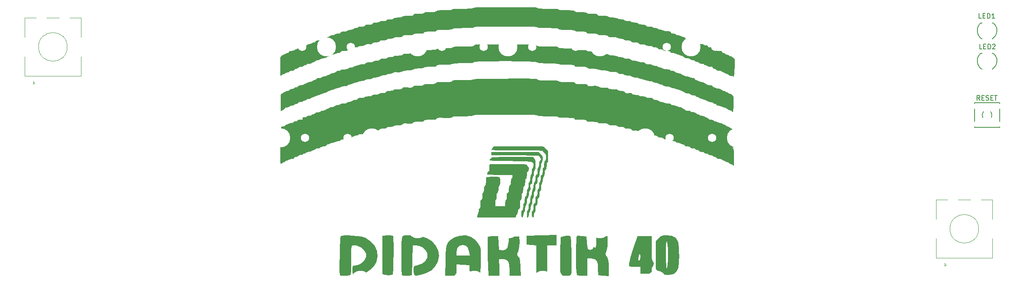
<source format=gbr>
%TF.GenerationSoftware,KiCad,Pcbnew,(7.0.0)*%
%TF.CreationDate,2023-05-29T16:40:41+02:00*%
%TF.ProjectId,Didaktik,44696461-6b74-4696-9b2e-6b696361645f,rev?*%
%TF.SameCoordinates,Original*%
%TF.FileFunction,Legend,Top*%
%TF.FilePolarity,Positive*%
%FSLAX46Y46*%
G04 Gerber Fmt 4.6, Leading zero omitted, Abs format (unit mm)*
G04 Created by KiCad (PCBNEW (7.0.0)) date 2023-05-29 16:40:41*
%MOMM*%
%LPD*%
G01*
G04 APERTURE LIST*
%ADD10C,0.150000*%
%ADD11C,0.203200*%
%ADD12C,0.120000*%
%ADD13O,2.159000X1.905000*%
%ADD14R,2.159000X1.905000*%
%ADD15R,1.600000X1.600000*%
%ADD16C,1.600000*%
%ADD17C,1.750000*%
%ADD18C,3.987800*%
%ADD19C,3.048000*%
%ADD20R,2.000000X2.000000*%
%ADD21C,2.000000*%
%ADD22R,1.800000X1.100000*%
%ADD23R,1.350000X1.350000*%
%ADD24O,1.350000X1.350000*%
%ADD25R,1.700000X1.700000*%
%ADD26O,1.700000X1.700000*%
G04 APERTURE END LIST*
D10*
X235481952Y-41721380D02*
X235005762Y-41721380D01*
X235005762Y-41721380D02*
X235005762Y-40721380D01*
X235815286Y-41197571D02*
X236148619Y-41197571D01*
X236291476Y-41721380D02*
X235815286Y-41721380D01*
X235815286Y-41721380D02*
X235815286Y-40721380D01*
X235815286Y-40721380D02*
X236291476Y-40721380D01*
X236720048Y-41721380D02*
X236720048Y-40721380D01*
X236720048Y-40721380D02*
X236958143Y-40721380D01*
X236958143Y-40721380D02*
X237101000Y-40769000D01*
X237101000Y-40769000D02*
X237196238Y-40864238D01*
X237196238Y-40864238D02*
X237243857Y-40959476D01*
X237243857Y-40959476D02*
X237291476Y-41149952D01*
X237291476Y-41149952D02*
X237291476Y-41292809D01*
X237291476Y-41292809D02*
X237243857Y-41483285D01*
X237243857Y-41483285D02*
X237196238Y-41578523D01*
X237196238Y-41578523D02*
X237101000Y-41673761D01*
X237101000Y-41673761D02*
X236958143Y-41721380D01*
X236958143Y-41721380D02*
X236720048Y-41721380D01*
X237672429Y-40816619D02*
X237720048Y-40769000D01*
X237720048Y-40769000D02*
X237815286Y-40721380D01*
X237815286Y-40721380D02*
X238053381Y-40721380D01*
X238053381Y-40721380D02*
X238148619Y-40769000D01*
X238148619Y-40769000D02*
X238196238Y-40816619D01*
X238196238Y-40816619D02*
X238243857Y-40911857D01*
X238243857Y-40911857D02*
X238243857Y-41007095D01*
X238243857Y-41007095D02*
X238196238Y-41149952D01*
X238196238Y-41149952D02*
X237624810Y-41721380D01*
X237624810Y-41721380D02*
X238243857Y-41721380D01*
X235021618Y-52437380D02*
X234688285Y-51961190D01*
X234450190Y-52437380D02*
X234450190Y-51437380D01*
X234450190Y-51437380D02*
X234831142Y-51437380D01*
X234831142Y-51437380D02*
X234926380Y-51485000D01*
X234926380Y-51485000D02*
X234973999Y-51532619D01*
X234973999Y-51532619D02*
X235021618Y-51627857D01*
X235021618Y-51627857D02*
X235021618Y-51770714D01*
X235021618Y-51770714D02*
X234973999Y-51865952D01*
X234973999Y-51865952D02*
X234926380Y-51913571D01*
X234926380Y-51913571D02*
X234831142Y-51961190D01*
X234831142Y-51961190D02*
X234450190Y-51961190D01*
X235450190Y-51913571D02*
X235783523Y-51913571D01*
X235926380Y-52437380D02*
X235450190Y-52437380D01*
X235450190Y-52437380D02*
X235450190Y-51437380D01*
X235450190Y-51437380D02*
X235926380Y-51437380D01*
X236307333Y-52389761D02*
X236450190Y-52437380D01*
X236450190Y-52437380D02*
X236688285Y-52437380D01*
X236688285Y-52437380D02*
X236783523Y-52389761D01*
X236783523Y-52389761D02*
X236831142Y-52342142D01*
X236831142Y-52342142D02*
X236878761Y-52246904D01*
X236878761Y-52246904D02*
X236878761Y-52151666D01*
X236878761Y-52151666D02*
X236831142Y-52056428D01*
X236831142Y-52056428D02*
X236783523Y-52008809D01*
X236783523Y-52008809D02*
X236688285Y-51961190D01*
X236688285Y-51961190D02*
X236497809Y-51913571D01*
X236497809Y-51913571D02*
X236402571Y-51865952D01*
X236402571Y-51865952D02*
X236354952Y-51818333D01*
X236354952Y-51818333D02*
X236307333Y-51723095D01*
X236307333Y-51723095D02*
X236307333Y-51627857D01*
X236307333Y-51627857D02*
X236354952Y-51532619D01*
X236354952Y-51532619D02*
X236402571Y-51485000D01*
X236402571Y-51485000D02*
X236497809Y-51437380D01*
X236497809Y-51437380D02*
X236735904Y-51437380D01*
X236735904Y-51437380D02*
X236878761Y-51485000D01*
X237307333Y-51913571D02*
X237640666Y-51913571D01*
X237783523Y-52437380D02*
X237307333Y-52437380D01*
X237307333Y-52437380D02*
X237307333Y-51437380D01*
X237307333Y-51437380D02*
X237783523Y-51437380D01*
X238069238Y-51437380D02*
X238640666Y-51437380D01*
X238354952Y-52437380D02*
X238354952Y-51437380D01*
X235354952Y-35292380D02*
X234878762Y-35292380D01*
X234878762Y-35292380D02*
X234878762Y-34292380D01*
X235688286Y-34768571D02*
X236021619Y-34768571D01*
X236164476Y-35292380D02*
X235688286Y-35292380D01*
X235688286Y-35292380D02*
X235688286Y-34292380D01*
X235688286Y-34292380D02*
X236164476Y-34292380D01*
X236593048Y-35292380D02*
X236593048Y-34292380D01*
X236593048Y-34292380D02*
X236831143Y-34292380D01*
X236831143Y-34292380D02*
X236974000Y-34340000D01*
X236974000Y-34340000D02*
X237069238Y-34435238D01*
X237069238Y-34435238D02*
X237116857Y-34530476D01*
X237116857Y-34530476D02*
X237164476Y-34720952D01*
X237164476Y-34720952D02*
X237164476Y-34863809D01*
X237164476Y-34863809D02*
X237116857Y-35054285D01*
X237116857Y-35054285D02*
X237069238Y-35149523D01*
X237069238Y-35149523D02*
X236974000Y-35244761D01*
X236974000Y-35244761D02*
X236831143Y-35292380D01*
X236831143Y-35292380D02*
X236593048Y-35292380D01*
X238116857Y-35292380D02*
X237545429Y-35292380D01*
X237831143Y-35292380D02*
X237831143Y-34292380D01*
X237831143Y-34292380D02*
X237735905Y-34435238D01*
X237735905Y-34435238D02*
X237640667Y-34530476D01*
X237640667Y-34530476D02*
X237545429Y-34578095D01*
D11*
%TO.C,D42*%
X237807500Y-42621200D02*
X235267500Y-42621200D01*
X235216700Y-42621201D02*
G75*
G03*
X237859021Y-42621806I1320800J-1574799D01*
G01*
%TO.C,G\u002A\u002A\u002A*%
G36*
X143227597Y-63697175D02*
G01*
X143459779Y-63957287D01*
X143581559Y-64175828D01*
X143628124Y-64443965D01*
X143634866Y-64752413D01*
X143606503Y-65204180D01*
X143519021Y-65466985D01*
X143474782Y-65516663D01*
X143363824Y-65726809D01*
X143316777Y-66126562D01*
X143314698Y-66263722D01*
X143283927Y-66714976D01*
X143189913Y-66973509D01*
X143154614Y-67010781D01*
X143044971Y-67216387D01*
X142997246Y-67608013D01*
X142994530Y-67767153D01*
X142981391Y-68138552D01*
X142930678Y-68356069D01*
X142825448Y-68478268D01*
X142781084Y-68504899D01*
X142657226Y-68608799D01*
X142592025Y-68789352D01*
X142568879Y-69104671D01*
X142567639Y-69251957D01*
X142554952Y-69625966D01*
X142505823Y-69845566D01*
X142403648Y-69968873D01*
X142354194Y-69999016D01*
X142234303Y-70097476D01*
X142169073Y-70267207D01*
X142143436Y-70564174D01*
X142140748Y-70791773D01*
X142125586Y-71198948D01*
X142074548Y-71432944D01*
X141980664Y-71531728D01*
X141883589Y-71636726D01*
X141833156Y-71882309D01*
X141820580Y-72240193D01*
X141803819Y-72638986D01*
X141747847Y-72864308D01*
X141660496Y-72948658D01*
X141558816Y-73062680D01*
X141509032Y-73328139D01*
X141500412Y-73603922D01*
X141459831Y-74086248D01*
X141337095Y-74377713D01*
X141327000Y-74389374D01*
X141214126Y-74616368D01*
X141130259Y-74980446D01*
X141105087Y-75198198D01*
X141051255Y-75574849D01*
X140965835Y-75847038D01*
X140904970Y-75933891D01*
X140803950Y-76117088D01*
X140754751Y-76420315D01*
X140753353Y-76482767D01*
X140710517Y-76786012D01*
X140602341Y-76975524D01*
X140459331Y-77010858D01*
X140390258Y-76964212D01*
X140356509Y-76831357D01*
X140333384Y-76550787D01*
X140326463Y-76250178D01*
X140340540Y-75861092D01*
X140392390Y-75628200D01*
X140496433Y-75495528D01*
X140526160Y-75475226D01*
X140648743Y-75350233D01*
X140700290Y-75137333D01*
X140698963Y-74807442D01*
X140711569Y-74390542D01*
X140810305Y-74100465D01*
X140872795Y-74009188D01*
X141013334Y-73724552D01*
X141070634Y-73308100D01*
X141073521Y-73153834D01*
X141093267Y-72767269D01*
X141158268Y-72555260D01*
X141233605Y-72492232D01*
X141337855Y-72372863D01*
X141387041Y-72095880D01*
X141393689Y-71862868D01*
X141427663Y-71440319D01*
X141523163Y-71171314D01*
X141550710Y-71137915D01*
X141654001Y-70922141D01*
X141716771Y-70550657D01*
X141727816Y-70366210D01*
X141773363Y-69917073D01*
X141882081Y-69631643D01*
X141944325Y-69555103D01*
X142069205Y-69357447D01*
X142129535Y-69049399D01*
X142140748Y-68730791D01*
X142150913Y-68370041D01*
X142192563Y-68168627D01*
X142282431Y-68072952D01*
X142354194Y-68047085D01*
X142475165Y-67986051D01*
X142539946Y-67848291D01*
X142564926Y-67580589D01*
X142567639Y-67354008D01*
X142595252Y-66901956D01*
X142680675Y-66637770D01*
X142727723Y-66583890D01*
X142842177Y-66364987D01*
X142887371Y-65971567D01*
X142887807Y-65920639D01*
X142939551Y-65449696D01*
X143101252Y-65118894D01*
X143259831Y-64895845D01*
X143293056Y-64730670D01*
X143194489Y-64543672D01*
X143039296Y-64351962D01*
X142763895Y-64024666D01*
X137836565Y-63996925D01*
X132909236Y-63969184D01*
X132909236Y-63328848D01*
X137864781Y-63301089D01*
X142820327Y-63273329D01*
X143227597Y-63697175D01*
G37*
G36*
X141894641Y-64621770D02*
G01*
X142016085Y-64771286D01*
X142092475Y-64936347D01*
X142134229Y-65169011D01*
X142151766Y-65521337D01*
X142155362Y-65924445D01*
X142148903Y-66430330D01*
X142123171Y-66763210D01*
X142072363Y-66963098D01*
X141990675Y-67070009D01*
X141989021Y-67071229D01*
X141875802Y-67248953D01*
X141825075Y-67588510D01*
X141820580Y-67783218D01*
X141785575Y-68234723D01*
X141680340Y-68486031D01*
X141660496Y-68504899D01*
X141550854Y-68710504D01*
X141503128Y-69102131D01*
X141500412Y-69261270D01*
X141488147Y-69629305D01*
X141439151Y-69845014D01*
X141335127Y-69968718D01*
X141274611Y-70005629D01*
X141145070Y-70102430D01*
X141086662Y-70252639D01*
X141083532Y-70519538D01*
X141097437Y-70712850D01*
X141113955Y-71069603D01*
X141080055Y-71277895D01*
X140982892Y-71399373D01*
X140949708Y-71421852D01*
X140829248Y-71550947D01*
X140768946Y-71781483D01*
X140753353Y-72142601D01*
X140732415Y-72536701D01*
X140657692Y-72786610D01*
X140539908Y-72933890D01*
X140404692Y-73116731D01*
X140339863Y-73390241D01*
X140326463Y-73715767D01*
X140287245Y-74187872D01*
X140166806Y-74479380D01*
X140148600Y-74501015D01*
X140013355Y-74795998D01*
X139978281Y-75203115D01*
X139930535Y-75661707D01*
X139803310Y-75922126D01*
X139667488Y-76177643D01*
X139591924Y-76499480D01*
X139591106Y-76509100D01*
X139533575Y-76851009D01*
X139430909Y-76985905D01*
X139281641Y-76915705D01*
X139280580Y-76914647D01*
X139206771Y-76739795D01*
X139160490Y-76435767D01*
X139152513Y-76237490D01*
X139179546Y-75848878D01*
X139273586Y-75600827D01*
X139365958Y-75495235D01*
X139497906Y-75319660D01*
X139563224Y-75058828D01*
X139579404Y-74689692D01*
X139598289Y-74299980D01*
X139660711Y-74084446D01*
X139739488Y-74015885D01*
X139838804Y-73906583D01*
X139888984Y-73651459D01*
X139899572Y-73334487D01*
X139917583Y-72941480D01*
X139983030Y-72695363D01*
X140113017Y-72531762D01*
X140245160Y-72363668D01*
X140310364Y-72109624D01*
X140326463Y-71746070D01*
X140349646Y-71339450D01*
X140426213Y-71098212D01*
X140502653Y-71014301D01*
X140619382Y-70842757D01*
X140678518Y-70520323D01*
X140689823Y-70273259D01*
X140719313Y-69867060D01*
X140798178Y-69623068D01*
X140887161Y-69524780D01*
X141000366Y-69380941D01*
X141058309Y-69126689D01*
X141073521Y-68744677D01*
X141090461Y-68346730D01*
X141146981Y-68122301D01*
X141233605Y-68039414D01*
X141331879Y-67932135D01*
X141382191Y-67681482D01*
X141393689Y-67345717D01*
X141411303Y-66950816D01*
X141469878Y-66729628D01*
X141553773Y-66652019D01*
X141664632Y-66517840D01*
X141711317Y-66210083D01*
X141713858Y-66079298D01*
X141714033Y-65884330D01*
X141702331Y-65722675D01*
X141660408Y-65590960D01*
X141569922Y-65485811D01*
X141412528Y-65403857D01*
X141169884Y-65341724D01*
X140823648Y-65296040D01*
X140355474Y-65263431D01*
X139747022Y-65240525D01*
X138979947Y-65223949D01*
X138035906Y-65210330D01*
X136912759Y-65196495D01*
X135836022Y-65182667D01*
X134953376Y-65169622D01*
X134245478Y-65156294D01*
X133692980Y-65141616D01*
X133276537Y-65124524D01*
X132976805Y-65103950D01*
X132774436Y-65078828D01*
X132650087Y-65048092D01*
X132584411Y-65010675D01*
X132558064Y-64965512D01*
X132555984Y-64956369D01*
X132594237Y-64798299D01*
X132675518Y-64769605D01*
X132825279Y-64680122D01*
X132886797Y-64556159D01*
X132906138Y-64503293D01*
X132946889Y-64459964D01*
X133028601Y-64425223D01*
X133170827Y-64398122D01*
X133393118Y-64377713D01*
X133715028Y-64363049D01*
X134156109Y-64353181D01*
X134735912Y-64347162D01*
X135473991Y-64344043D01*
X136389897Y-64342878D01*
X137289317Y-64342714D01*
X141636020Y-64342714D01*
X141894641Y-64621770D01*
G37*
G36*
X139920153Y-62101733D02*
G01*
X140917214Y-62102798D01*
X141736346Y-62105445D01*
X142395306Y-62110391D01*
X142911851Y-62118349D01*
X143303741Y-62130034D01*
X143588731Y-62146161D01*
X143784581Y-62167445D01*
X143909049Y-62194601D01*
X143979891Y-62228342D01*
X144014866Y-62269384D01*
X144030834Y-62314983D01*
X144121445Y-62488127D01*
X144195369Y-62528428D01*
X144335271Y-62600221D01*
X144532685Y-62775589D01*
X144556451Y-62800733D01*
X144668062Y-62937070D01*
X144740922Y-63088693D01*
X144783199Y-63302344D01*
X144803062Y-63624766D01*
X144808680Y-64102700D01*
X144808815Y-64244839D01*
X144803320Y-64780437D01*
X144783811Y-65137708D01*
X144745758Y-65351559D01*
X144684630Y-65456899D01*
X144648731Y-65478070D01*
X144550265Y-65585719D01*
X144499976Y-65837192D01*
X144488647Y-66169462D01*
X144471404Y-66564378D01*
X144408489Y-66811696D01*
X144283125Y-66975298D01*
X144275202Y-66982182D01*
X144133499Y-67171475D01*
X144070282Y-67462936D01*
X144061757Y-67704450D01*
X144012470Y-68172885D01*
X143876917Y-68507833D01*
X143759173Y-68773894D01*
X143676894Y-69138673D01*
X143660020Y-69300729D01*
X143610534Y-69647315D01*
X143521629Y-69922677D01*
X143471331Y-70002830D01*
X143366027Y-70242967D01*
X143317022Y-70643964D01*
X143314698Y-70769741D01*
X143294479Y-71154685D01*
X143228067Y-71364842D01*
X143154614Y-71425005D01*
X143057199Y-71530644D01*
X143006797Y-71777656D01*
X142994530Y-72129216D01*
X142981302Y-72510830D01*
X142930766Y-72739222D01*
X142826646Y-72873576D01*
X142781084Y-72905296D01*
X142659079Y-73019527D01*
X142593689Y-73206750D01*
X142569359Y-73525088D01*
X142567639Y-73702866D01*
X142556310Y-74085732D01*
X142511973Y-74312492D01*
X142419104Y-74439768D01*
X142354194Y-74481369D01*
X142230986Y-74584359D01*
X142165769Y-74763094D01*
X142142192Y-75075349D01*
X142140748Y-75235532D01*
X142123586Y-75632450D01*
X142066387Y-75855789D01*
X141980664Y-75936893D01*
X141862677Y-76088805D01*
X141820746Y-76430688D01*
X141820580Y-76460859D01*
X141799294Y-76803278D01*
X141723452Y-76966354D01*
X141575077Y-76981030D01*
X141527093Y-76966057D01*
X141444043Y-76840999D01*
X141396520Y-76582858D01*
X141383271Y-76258244D01*
X141403043Y-75933770D01*
X141454580Y-75676046D01*
X141536630Y-75551684D01*
X141553773Y-75548596D01*
X141643777Y-75502100D01*
X141693690Y-75336045D01*
X141712758Y-75010575D01*
X141713858Y-74858654D01*
X141724242Y-74468527D01*
X141765207Y-74235807D01*
X141851469Y-74105048D01*
X141927303Y-74054478D01*
X142048378Y-73954423D01*
X142113617Y-73781526D01*
X142138543Y-73479165D01*
X142140748Y-73275975D01*
X142154176Y-72883076D01*
X142203780Y-72647119D01*
X142303542Y-72512755D01*
X142339972Y-72487287D01*
X142462657Y-72355661D01*
X142528707Y-72119397D01*
X142553429Y-71745473D01*
X142588536Y-71322727D01*
X142673143Y-71087882D01*
X142727735Y-71038495D01*
X142830270Y-70896496D01*
X142880158Y-70596121D01*
X142887807Y-70326949D01*
X142917449Y-69875526D01*
X143008416Y-69615016D01*
X143047891Y-69572126D01*
X143157534Y-69366520D01*
X143205259Y-68974894D01*
X143207975Y-68815754D01*
X143221114Y-68444355D01*
X143271827Y-68226838D01*
X143377057Y-68104638D01*
X143421421Y-68078008D01*
X143544629Y-67975018D01*
X143609846Y-67796283D01*
X143633422Y-67484028D01*
X143634866Y-67323845D01*
X143652028Y-66926928D01*
X143709227Y-66703588D01*
X143794950Y-66622484D01*
X143891276Y-66518886D01*
X143941770Y-66276428D01*
X143955034Y-65904446D01*
X143967600Y-65519163D01*
X144015838Y-65287899D01*
X144115555Y-65152155D01*
X144168479Y-65114540D01*
X144299646Y-64985608D01*
X144364511Y-64770196D01*
X144381925Y-64406226D01*
X144367690Y-64053072D01*
X144300199Y-63822873D01*
X144142268Y-63625744D01*
X144008395Y-63503248D01*
X143785721Y-63285913D01*
X143652075Y-63113344D01*
X143634866Y-63065302D01*
X143533815Y-63036656D01*
X143229566Y-63012383D01*
X142720472Y-62992447D01*
X142004888Y-62976815D01*
X141081166Y-62965453D01*
X139947662Y-62958327D01*
X138602729Y-62955402D01*
X138307625Y-62955319D01*
X137048591Y-62954212D01*
X135988647Y-62950653D01*
X135113448Y-62944289D01*
X134408650Y-62934763D01*
X133859908Y-62921722D01*
X133452877Y-62904811D01*
X133173212Y-62883673D01*
X133006569Y-62857956D01*
X132938602Y-62827302D01*
X132936087Y-62822429D01*
X132976610Y-62668214D01*
X133132544Y-62451802D01*
X133185791Y-62395538D01*
X133479792Y-62101537D01*
X138727404Y-62101537D01*
X139920153Y-62101733D01*
G37*
G36*
X137466717Y-65837797D02*
G01*
X138299814Y-65841212D01*
X138958239Y-65847858D01*
X139461374Y-65858512D01*
X139828602Y-65873956D01*
X140079307Y-65894969D01*
X140232871Y-65922329D01*
X140308678Y-65956818D01*
X140326463Y-65993161D01*
X140411199Y-66163008D01*
X140539908Y-66263722D01*
X140696837Y-66424991D01*
X140752273Y-66717385D01*
X140753353Y-66784550D01*
X140677888Y-67192617D01*
X140539908Y-67384310D01*
X140409839Y-67555816D01*
X140344316Y-67809552D01*
X140326463Y-68204621D01*
X140308535Y-68598179D01*
X140249009Y-68817921D01*
X140166379Y-68893196D01*
X140066397Y-69003806D01*
X140016315Y-69261810D01*
X140006294Y-69567003D01*
X139986719Y-69963279D01*
X139916409Y-70214305D01*
X139792849Y-70372546D01*
X139660901Y-70548120D01*
X139595584Y-70808952D01*
X139579404Y-71178088D01*
X139560518Y-71567800D01*
X139498096Y-71783335D01*
X139419320Y-71851896D01*
X139322245Y-71956894D01*
X139271812Y-72202477D01*
X139259236Y-72560361D01*
X139242474Y-72959154D01*
X139186502Y-73184476D01*
X139099152Y-73268826D01*
X139013939Y-73353713D01*
X138963746Y-73553558D01*
X138941696Y-73907027D01*
X138939068Y-74168864D01*
X138932321Y-74600711D01*
X138904681Y-74868888D01*
X138845048Y-75022948D01*
X138742321Y-75112443D01*
X138725622Y-75121705D01*
X138571531Y-75277132D01*
X138514253Y-75558864D01*
X138512177Y-75654916D01*
X138443175Y-76062454D01*
X138308879Y-76264817D01*
X138134619Y-76517944D01*
X138068753Y-76722546D01*
X138031925Y-76989352D01*
X134075572Y-77017313D01*
X133176806Y-77021762D01*
X132345780Y-77022216D01*
X131606536Y-77018942D01*
X130983115Y-77012203D01*
X130499557Y-77002266D01*
X130179903Y-76989397D01*
X130048194Y-76973859D01*
X130046790Y-76972845D01*
X129979181Y-76776032D01*
X130015794Y-76498991D01*
X130137840Y-76248576D01*
X130238270Y-76010897D01*
X130291807Y-75679780D01*
X130294530Y-75592978D01*
X130334525Y-75240476D01*
X130454614Y-75083112D01*
X130541645Y-74995419D01*
X130592023Y-74789107D01*
X130612954Y-74425271D01*
X130614698Y-74218816D01*
X130622601Y-73793925D01*
X130654215Y-73530136D01*
X130721401Y-73375434D01*
X130828143Y-73282652D01*
X130953398Y-73163391D01*
X131018717Y-72966559D01*
X131040844Y-72632312D01*
X131041589Y-72519774D01*
X131069888Y-72070131D01*
X131156419Y-71814749D01*
X131197366Y-71771706D01*
X131303665Y-71580079D01*
X131367496Y-71224646D01*
X131377348Y-71074842D01*
X131428951Y-70642798D01*
X131546546Y-70380664D01*
X131595100Y-70330746D01*
X131702082Y-70191759D01*
X131762254Y-69969126D01*
X131786528Y-69610067D01*
X131788647Y-69394622D01*
X131801235Y-69009363D01*
X131834396Y-68714205D01*
X131881224Y-68567978D01*
X131886139Y-68563965D01*
X132041103Y-68531967D01*
X132355827Y-68507308D01*
X132777468Y-68490436D01*
X133253184Y-68481801D01*
X133730133Y-68481850D01*
X134155471Y-68491031D01*
X134476356Y-68509794D01*
X134639946Y-68538587D01*
X134643479Y-68540564D01*
X134729746Y-68701193D01*
X134776246Y-69005224D01*
X134784795Y-69386702D01*
X134757212Y-69779672D01*
X134695314Y-70118180D01*
X134600917Y-70336272D01*
X134593773Y-70344628D01*
X134459451Y-70620418D01*
X134407010Y-71071230D01*
X134405998Y-71134843D01*
X134383462Y-71513995D01*
X134314117Y-71732899D01*
X134215578Y-71826678D01*
X134103329Y-71944575D01*
X134045813Y-72171478D01*
X134029824Y-72552596D01*
X134002345Y-72993356D01*
X133916177Y-73253146D01*
X133864923Y-73311417D01*
X133762875Y-73474384D01*
X133725474Y-73767040D01*
X133731520Y-74044863D01*
X133763017Y-74641453D01*
X135790748Y-74641453D01*
X135823526Y-74001947D01*
X135873576Y-73561790D01*
X135967036Y-73315140D01*
X136010291Y-73276266D01*
X136106059Y-73136833D01*
X136154921Y-72835240D01*
X136164278Y-72514144D01*
X136172966Y-72138158D01*
X136209083Y-71923561D01*
X136287710Y-71818655D01*
X136377723Y-71782379D01*
X136497734Y-71722221D01*
X136562525Y-71586581D01*
X136588056Y-71322729D01*
X136591168Y-71077139D01*
X136604072Y-70693766D01*
X136653482Y-70464001D01*
X136755448Y-70328990D01*
X136804614Y-70294417D01*
X136927308Y-70179136D01*
X136992693Y-69989911D01*
X137016576Y-69668244D01*
X137018059Y-69504510D01*
X137032975Y-69109876D01*
X137084332Y-68884290D01*
X137182049Y-68785009D01*
X137185291Y-68783730D01*
X137311238Y-68628273D01*
X137318694Y-68425463D01*
X137284866Y-68131369D01*
X134696841Y-68102791D01*
X132108815Y-68074213D01*
X132108815Y-67759697D01*
X132188846Y-67452894D01*
X132332414Y-67325515D01*
X132479876Y-67204967D01*
X132512175Y-67017054D01*
X132485984Y-66832561D01*
X132456605Y-66477285D01*
X132484310Y-66148052D01*
X132552666Y-65836831D01*
X136439564Y-65836831D01*
X137466717Y-65837797D01*
G37*
G36*
X137132832Y-40757162D02*
G01*
X138269538Y-40758001D01*
X139225406Y-40760039D01*
X140016741Y-40763802D01*
X140659846Y-40769815D01*
X141171024Y-40778601D01*
X141566580Y-40790686D01*
X141862818Y-40806595D01*
X142076041Y-40826851D01*
X142222553Y-40851979D01*
X142318658Y-40882505D01*
X142380660Y-40918952D01*
X142424862Y-40961846D01*
X142432318Y-40970445D01*
X142508007Y-41044226D01*
X142610934Y-41098767D01*
X142771591Y-41136954D01*
X143020471Y-41161672D01*
X143388067Y-41175809D01*
X143904871Y-41182249D01*
X144601375Y-41183880D01*
X144687365Y-41183890D01*
X145409680Y-41185626D01*
X145948001Y-41192494D01*
X146331759Y-41206983D01*
X146590390Y-41231581D01*
X146753327Y-41268777D01*
X146850003Y-41321061D01*
X146895993Y-41370655D01*
X146976366Y-41444928D01*
X147114626Y-41498878D01*
X147344579Y-41536860D01*
X147700030Y-41563229D01*
X148214784Y-41582340D01*
X148615321Y-41592161D01*
X149281493Y-41612106D01*
X149763353Y-41640353D01*
X150089975Y-41680081D01*
X150290431Y-41734473D01*
X150372929Y-41784474D01*
X150521612Y-41863077D01*
X150779154Y-41908670D01*
X151183870Y-41925658D01*
X151576768Y-41922860D01*
X152090261Y-41921049D01*
X152435179Y-41942176D01*
X152655687Y-41991829D01*
X152795949Y-42075598D01*
X152797949Y-42077396D01*
X152951876Y-42166564D01*
X153202115Y-42220810D01*
X153591938Y-42246576D01*
X153964935Y-42251117D01*
X154433727Y-42256027D01*
X154734538Y-42276683D01*
X154912720Y-42321971D01*
X155013625Y-42400779D01*
X155054194Y-42464562D01*
X155131656Y-42566997D01*
X155260741Y-42630499D01*
X155487034Y-42664070D01*
X155856119Y-42676713D01*
X156135023Y-42678008D01*
X156634379Y-42686874D01*
X156971943Y-42719011D01*
X157198845Y-42782728D01*
X157353296Y-42875976D01*
X157592190Y-43000528D01*
X157943126Y-43065148D01*
X158313454Y-43081480D01*
X158811203Y-43113682D01*
X159123363Y-43200434D01*
X159207603Y-43257040D01*
X159469889Y-43376984D01*
X159887371Y-43424706D01*
X159932092Y-43425067D01*
X160348703Y-43462183D01*
X160589328Y-43569554D01*
X160603773Y-43585151D01*
X160819471Y-43697686D01*
X161229030Y-43743820D01*
X161340182Y-43745235D01*
X161730219Y-43764632D01*
X161974549Y-43834622D01*
X162126490Y-43958680D01*
X162302927Y-44094700D01*
X162571736Y-44159294D01*
X162884199Y-44172126D01*
X163327759Y-44208040D01*
X163575854Y-44314931D01*
X163592009Y-44332210D01*
X163796279Y-44441461D01*
X164185499Y-44489374D01*
X164351231Y-44492294D01*
X164728531Y-44506382D01*
X164953587Y-44559888D01*
X165086405Y-44669671D01*
X165110894Y-44705739D01*
X165234802Y-44833887D01*
X165440551Y-44899039D01*
X165789390Y-44918984D01*
X165845789Y-44919184D01*
X166297005Y-44951946D01*
X166552120Y-45051276D01*
X166580244Y-45079268D01*
X166776333Y-45188777D01*
X167082580Y-45238776D01*
X167119302Y-45239352D01*
X167426214Y-45277661D01*
X167654532Y-45371848D01*
X167677873Y-45391723D01*
X167879439Y-45510148D01*
X168181755Y-45607374D01*
X168245790Y-45620563D01*
X168529853Y-45696448D01*
X168714593Y-45789017D01*
X168735111Y-45811198D01*
X168871501Y-45873450D01*
X169160277Y-45929123D01*
X169540436Y-45966655D01*
X169562212Y-45967931D01*
X169988091Y-46005106D01*
X170229350Y-46061800D01*
X170314458Y-46145217D01*
X170315538Y-46158539D01*
X170399072Y-46261921D01*
X170663379Y-46304596D01*
X170770118Y-46306579D01*
X171110223Y-46339840D01*
X171309269Y-46455147D01*
X171357998Y-46520025D01*
X171588381Y-46697781D01*
X171810333Y-46733470D01*
X172061585Y-46782411D01*
X172422539Y-46911185D01*
X172818151Y-47092723D01*
X172845765Y-47106999D01*
X173242053Y-47291870D01*
X173610062Y-47426518D01*
X173874149Y-47483548D01*
X173886538Y-47483923D01*
X174194447Y-47537909D01*
X174418079Y-47644007D01*
X174664169Y-47750405D01*
X174986969Y-47800193D01*
X175019287Y-47800697D01*
X175303531Y-47830485D01*
X175440898Y-47939030D01*
X175469150Y-48014142D01*
X175612511Y-48194554D01*
X175758251Y-48227588D01*
X176005118Y-48292122D01*
X176270556Y-48447066D01*
X176574082Y-48602850D01*
X176781452Y-48608347D01*
X177062453Y-48636298D01*
X177283156Y-48762398D01*
X177519647Y-48912221D01*
X177709676Y-48974646D01*
X177709850Y-48974647D01*
X177905827Y-49050353D01*
X177999572Y-49134731D01*
X178207722Y-49247213D01*
X178556004Y-49294392D01*
X178595859Y-49294815D01*
X178926265Y-49322769D01*
X179113039Y-49422484D01*
X179173521Y-49508260D01*
X179352906Y-49679378D01*
X179505067Y-49721705D01*
X179760298Y-49794770D01*
X179882465Y-49881789D01*
X180091427Y-49988218D01*
X180395578Y-50040709D01*
X180445276Y-50041873D01*
X180850122Y-50117689D01*
X181041168Y-50255319D01*
X181273674Y-50418547D01*
X181471532Y-50468764D01*
X181722094Y-50536973D01*
X181841589Y-50628848D01*
X182045077Y-50765512D01*
X182161757Y-50788932D01*
X182385548Y-50865908D01*
X182481925Y-50949016D01*
X182691980Y-51080336D01*
X182849919Y-51109100D01*
X183087721Y-51183991D01*
X183319828Y-51359005D01*
X183406744Y-51461703D01*
X183468289Y-51578533D01*
X183508056Y-51744479D01*
X183529633Y-51994529D01*
X183536612Y-52363668D01*
X183532584Y-52886882D01*
X183525196Y-53360055D01*
X183511017Y-54019492D01*
X183492767Y-54485958D01*
X183468449Y-54779918D01*
X183436065Y-54921838D01*
X183393620Y-54932181D01*
X183374381Y-54905774D01*
X183204332Y-54728779D01*
X183080665Y-54675058D01*
X182868350Y-54610545D01*
X182570408Y-54483450D01*
X182259220Y-54329433D01*
X182007164Y-54184150D01*
X181889243Y-54088102D01*
X181745113Y-54008692D01*
X181603568Y-53990613D01*
X181345953Y-53920679D01*
X181185810Y-53816553D01*
X180954741Y-53696217D01*
X180633091Y-53623788D01*
X180571716Y-53618696D01*
X180254638Y-53561823D01*
X180011538Y-53451931D01*
X179981275Y-53426218D01*
X179737768Y-53254542D01*
X179573100Y-53182800D01*
X179355204Y-53080322D01*
X179263426Y-52998704D01*
X179119721Y-52917315D01*
X178854422Y-52855817D01*
X178791368Y-52848117D01*
X178440369Y-52780713D01*
X178131839Y-52672789D01*
X178114488Y-52664084D01*
X177549848Y-52392410D01*
X177065423Y-52201312D01*
X176806404Y-52128347D01*
X176528472Y-52024948D01*
X176360456Y-51909360D01*
X176123190Y-51775055D01*
X175976114Y-51749436D01*
X175767654Y-51682110D01*
X175690266Y-51589352D01*
X175530990Y-51468035D01*
X175203516Y-51429268D01*
X174769140Y-51355571D01*
X174506845Y-51215823D01*
X174166714Y-51051328D01*
X173839535Y-51002378D01*
X173440449Y-50925996D01*
X173250412Y-50788932D01*
X173052946Y-50628181D01*
X172906080Y-50575487D01*
X172710930Y-50505263D01*
X172594830Y-50415403D01*
X172377324Y-50299789D01*
X172095520Y-50251925D01*
X171784558Y-50200365D01*
X171549132Y-50091841D01*
X171290697Y-49976799D01*
X171012584Y-49935151D01*
X170688597Y-49879232D01*
X170441664Y-49765973D01*
X170197865Y-49664333D01*
X169840225Y-49590487D01*
X169614980Y-49569483D01*
X169188753Y-49516461D01*
X168931962Y-49409822D01*
X168898945Y-49377020D01*
X168713819Y-49252944D01*
X168419332Y-49152794D01*
X168341413Y-49136824D01*
X168056438Y-49065531D01*
X167872624Y-48980492D01*
X167850326Y-48957511D01*
X167713062Y-48882710D01*
X167443725Y-48817519D01*
X167316468Y-48799424D01*
X166986918Y-48732461D01*
X166730400Y-48630067D01*
X166678563Y-48593318D01*
X166471137Y-48498855D01*
X166154142Y-48445483D01*
X166035293Y-48441033D01*
X165690342Y-48407546D01*
X165405458Y-48323880D01*
X165344670Y-48289853D01*
X165120907Y-48194945D01*
X164773915Y-48111037D01*
X164508118Y-48071645D01*
X164142558Y-48009381D01*
X163851199Y-47919134D01*
X163732084Y-47849296D01*
X163510981Y-47745320D01*
X163139489Y-47694489D01*
X163024092Y-47691601D01*
X162546577Y-47641461D01*
X162213826Y-47487627D01*
X162204614Y-47480529D01*
X161869623Y-47321348D01*
X161390581Y-47269457D01*
X160971294Y-47231310D01*
X160727753Y-47125257D01*
X160710496Y-47106999D01*
X160492842Y-46992739D01*
X160105076Y-46947342D01*
X160056048Y-46946915D01*
X159676205Y-46917073D01*
X159436167Y-46814015D01*
X159351700Y-46733470D01*
X159221659Y-46621387D01*
X159033951Y-46556185D01*
X158734176Y-46526300D01*
X158347772Y-46520025D01*
X157867867Y-46503563D01*
X157575274Y-46455475D01*
X157485013Y-46395255D01*
X157357841Y-46325456D01*
X157042867Y-46267622D01*
X156565604Y-46226189D01*
X156488934Y-46222034D01*
X156022098Y-46183705D01*
X155606044Y-46123590D01*
X155309788Y-46052541D01*
X155246258Y-46026635D01*
X154964406Y-45944879D01*
X154528416Y-45893670D01*
X154098989Y-45879689D01*
X153644590Y-45870891D01*
X153348481Y-45837241D01*
X153155967Y-45767853D01*
X153026463Y-45666243D01*
X152905817Y-45569992D01*
X152744960Y-45507552D01*
X152499020Y-45471899D01*
X152123124Y-45456010D01*
X151662786Y-45452798D01*
X151142909Y-45448610D01*
X150792698Y-45431381D01*
X150568461Y-45394115D01*
X150426505Y-45329816D01*
X150329797Y-45239352D01*
X150238991Y-45153569D01*
X150113992Y-45094298D01*
X149917402Y-45056723D01*
X149611818Y-45036023D01*
X149159841Y-45027379D01*
X148673221Y-45025907D01*
X147994076Y-45018157D01*
X147510865Y-44993968D01*
X147206608Y-44951929D01*
X147066136Y-44892504D01*
X146940443Y-44840486D01*
X146668155Y-44799811D01*
X146232358Y-44769271D01*
X145616141Y-44747658D01*
X144851264Y-44734330D01*
X144089518Y-44721866D01*
X143516019Y-44703728D01*
X143105601Y-44677948D01*
X142833096Y-44642554D01*
X142673339Y-44595579D01*
X142619798Y-44559699D01*
X142455064Y-44502025D01*
X142091503Y-44450215D01*
X141543663Y-44404675D01*
X140826091Y-44365811D01*
X139953335Y-44334028D01*
X138939945Y-44309731D01*
X137800467Y-44293327D01*
X136549450Y-44285221D01*
X135201442Y-44285818D01*
X133770991Y-44295526D01*
X133319884Y-44300369D01*
X132280611Y-44313400D01*
X131434280Y-44326592D01*
X130760389Y-44341026D01*
X130238438Y-44357783D01*
X129847925Y-44377944D01*
X129568349Y-44402591D01*
X129379208Y-44432803D01*
X129260002Y-44469662D01*
X129190228Y-44514250D01*
X129186000Y-44518350D01*
X129094540Y-44580420D01*
X128942187Y-44626432D01*
X128699172Y-44658907D01*
X128335725Y-44680363D01*
X127822077Y-44693319D01*
X127128456Y-44700292D01*
X127028727Y-44700863D01*
X126264789Y-44709195D01*
X125686005Y-44726247D01*
X125264185Y-44754084D01*
X124971141Y-44794774D01*
X124778685Y-44850383D01*
X124739329Y-44868730D01*
X124529216Y-44940327D01*
X124203848Y-44988495D01*
X123731919Y-45016049D01*
X123082128Y-45025800D01*
X122990230Y-45025907D01*
X122405062Y-45028245D01*
X121996733Y-45038559D01*
X121728660Y-45061794D01*
X121564258Y-45102898D01*
X121466944Y-45166818D01*
X121411779Y-45239352D01*
X121330908Y-45335930D01*
X121204899Y-45398252D01*
X120991062Y-45433629D01*
X120646707Y-45449372D01*
X120165287Y-45452798D01*
X119590700Y-45463051D01*
X119199431Y-45496100D01*
X118962230Y-45555378D01*
X118883605Y-45603235D01*
X118666436Y-45693875D01*
X118251888Y-45761486D01*
X117727786Y-45800273D01*
X117117243Y-45848691D01*
X116716806Y-45926327D01*
X116553836Y-46004478D01*
X116307705Y-46106719D01*
X115861180Y-46171400D01*
X115513437Y-46191026D01*
X114784715Y-46260304D01*
X114232462Y-46414824D01*
X114187244Y-46434609D01*
X113743787Y-46582568D01*
X113303589Y-46594235D01*
X113226740Y-46585267D01*
X112850629Y-46567654D01*
X112564882Y-46647960D01*
X112418479Y-46733398D01*
X111992005Y-46904689D01*
X111600272Y-46946212D01*
X111298828Y-46966707D01*
X111102530Y-47017866D01*
X111066659Y-47049945D01*
X110949915Y-47115185D01*
X110682782Y-47180218D01*
X110390748Y-47222693D01*
X109976761Y-47294890D01*
X109693433Y-47399862D01*
X109616069Y-47461515D01*
X109401275Y-47582597D01*
X108982952Y-47658641D01*
X108780645Y-47675258D01*
X108323158Y-47727681D01*
X108070787Y-47813119D01*
X108023107Y-47867021D01*
X107869377Y-47971173D01*
X107511514Y-48015790D01*
X107417776Y-48017536D01*
X107059201Y-48048066D01*
X106765728Y-48121912D01*
X106670200Y-48171432D01*
X106454337Y-48269340D01*
X106116498Y-48357121D01*
X105881308Y-48395674D01*
X105493072Y-48464197D01*
X105150637Y-48558123D01*
X105012781Y-48614650D01*
X104742243Y-48722742D01*
X104542381Y-48760544D01*
X104312393Y-48808780D01*
X104046651Y-48918233D01*
X103733280Y-49040714D01*
X103362615Y-49135383D01*
X103311481Y-49144264D01*
X103026667Y-49220996D01*
X102845354Y-49327755D01*
X102823375Y-49360762D01*
X102675936Y-49463011D01*
X102330256Y-49508077D01*
X102203131Y-49510633D01*
X101730730Y-49556930D01*
X101401597Y-49700109D01*
X101372681Y-49721705D01*
X101074875Y-49870676D01*
X100732965Y-49936162D01*
X100732345Y-49936172D01*
X100413790Y-49984580D01*
X100158411Y-50093656D01*
X100151653Y-50098629D01*
X99884558Y-50219646D01*
X99652343Y-50255319D01*
X99373520Y-50311829D01*
X99200112Y-50415403D01*
X98967574Y-50549552D01*
X98824263Y-50575487D01*
X98602087Y-50650971D01*
X98514586Y-50743297D01*
X98355057Y-50861532D01*
X98066384Y-50954170D01*
X97949334Y-50974326D01*
X97570667Y-51061057D01*
X97222809Y-51196826D01*
X97157480Y-51233009D01*
X96864688Y-51368969D01*
X96597755Y-51428745D01*
X96589218Y-51428869D01*
X96321073Y-51496144D01*
X96181385Y-51589352D01*
X95946712Y-51720374D01*
X95778658Y-51749436D01*
X95523716Y-51825914D01*
X95342849Y-51962882D01*
X95039431Y-52140907D01*
X94750752Y-52176327D01*
X94431631Y-52220564D01*
X94290390Y-52336411D01*
X94144553Y-52472636D01*
X94032563Y-52496495D01*
X93793179Y-52559023D01*
X93629003Y-52653185D01*
X93379691Y-52762739D01*
X93060340Y-52813015D01*
X93045349Y-52813269D01*
X92669675Y-52892592D01*
X92486099Y-53030109D01*
X92265089Y-53194221D01*
X92081229Y-53243554D01*
X91821583Y-53316825D01*
X91699032Y-53403638D01*
X91475136Y-53524454D01*
X91240795Y-53563722D01*
X90940129Y-53630366D01*
X90671291Y-53777168D01*
X90390098Y-53931105D01*
X90123285Y-53990613D01*
X89918011Y-54022954D01*
X89846631Y-54088211D01*
X89761120Y-54191423D01*
X89542257Y-54349111D01*
X89366379Y-54454228D01*
X88886126Y-54722646D01*
X88886126Y-52915873D01*
X88889144Y-52235889D01*
X88899628Y-51742916D01*
X88919724Y-51410584D01*
X88951577Y-51212526D01*
X88997333Y-51122372D01*
X89033143Y-51109100D01*
X89220177Y-51033809D01*
X89313017Y-50949016D01*
X89516505Y-50812353D01*
X89633185Y-50788932D01*
X89856976Y-50711956D01*
X89953353Y-50628848D01*
X90161173Y-50500191D01*
X90334647Y-50468764D01*
X90568518Y-50402891D01*
X90676994Y-50300954D01*
X90837745Y-50182189D01*
X91129204Y-50090689D01*
X91242592Y-50071842D01*
X91548715Y-50004086D01*
X91760586Y-49906218D01*
X91799623Y-49866122D01*
X91964595Y-49751198D01*
X92129931Y-49721705D01*
X92386793Y-49645150D01*
X92568059Y-49508260D01*
X92871064Y-49330319D01*
X93158507Y-49294815D01*
X93463368Y-49253096D01*
X93674979Y-49149329D01*
X93688647Y-49134731D01*
X93880136Y-48998631D01*
X93986799Y-48974647D01*
X94194324Y-48907062D01*
X94335708Y-48808477D01*
X94556757Y-48693018D01*
X94878259Y-48612309D01*
X94969320Y-48601117D01*
X95298643Y-48536458D01*
X95558601Y-48426874D01*
X95602931Y-48393757D01*
X95822227Y-48259928D01*
X95961153Y-48227588D01*
X96146101Y-48142380D01*
X96249992Y-48014142D01*
X96388442Y-47868855D01*
X96637827Y-47807411D01*
X96827654Y-47800697D01*
X97157589Y-47766968D01*
X97383570Y-47680283D01*
X97414313Y-47652215D01*
X97590534Y-47545978D01*
X97886586Y-47455717D01*
X98011868Y-47432603D01*
X98312017Y-47368819D01*
X98512767Y-47291402D01*
X98548341Y-47260917D01*
X98695799Y-47175473D01*
X98810012Y-47160361D01*
X99050097Y-47088032D01*
X99166668Y-47003229D01*
X99366926Y-46889011D01*
X99677272Y-46793795D01*
X99787946Y-46772776D01*
X100119061Y-46680893D01*
X100355908Y-46542807D01*
X100391548Y-46503017D01*
X100615235Y-46349395D01*
X100955191Y-46306579D01*
X101292964Y-46264077D01*
X101440810Y-46146495D01*
X101546290Y-46049165D01*
X101792946Y-45998755D01*
X102146073Y-45986411D01*
X102574336Y-45964069D01*
X102827729Y-45892097D01*
X102910544Y-45821430D01*
X103086486Y-45709399D01*
X103380719Y-45628664D01*
X103490627Y-45614393D01*
X103804638Y-45566030D01*
X104034021Y-45495963D01*
X104075452Y-45471530D01*
X104260313Y-45381934D01*
X104543471Y-45298207D01*
X104574362Y-45291401D01*
X104893248Y-45194961D01*
X105150832Y-45070789D01*
X105158402Y-45065632D01*
X105387055Y-44979266D01*
X105727800Y-44926666D01*
X105908424Y-44919184D01*
X106303815Y-44888722D01*
X106548041Y-44787186D01*
X106616157Y-44722714D01*
X106803399Y-44593807D01*
X107118685Y-44524819D01*
X107409008Y-44505833D01*
X107824670Y-44464628D01*
X108123852Y-44380169D01*
X108206730Y-44328774D01*
X108439816Y-44224790D01*
X108816032Y-44174589D01*
X108930810Y-44172126D01*
X109289315Y-44152634D01*
X109500487Y-44080924D01*
X109615096Y-43958680D01*
X109739004Y-43830532D01*
X109944753Y-43765380D01*
X110293591Y-43745435D01*
X110349991Y-43745235D01*
X110801207Y-43712474D01*
X111056322Y-43613143D01*
X111084446Y-43585151D01*
X111286770Y-43476474D01*
X111672464Y-43428296D01*
X111847922Y-43425067D01*
X112242390Y-43407353D01*
X112463113Y-43348475D01*
X112539970Y-43264983D01*
X112628748Y-43177265D01*
X112837557Y-43126829D01*
X113205362Y-43106350D01*
X113391446Y-43104899D01*
X113822593Y-43095191D01*
X114096627Y-43057911D01*
X114269329Y-42980818D01*
X114364250Y-42891453D01*
X114475687Y-42791004D01*
X114632683Y-42727672D01*
X114881968Y-42693276D01*
X115270271Y-42679635D01*
X115583325Y-42678008D01*
X116064516Y-42674215D01*
X116374164Y-42657444D01*
X116554119Y-42619604D01*
X116646228Y-42552605D01*
X116687387Y-42464562D01*
X116739236Y-42363249D01*
X116845313Y-42299791D01*
X117048735Y-42265263D01*
X117392618Y-42250744D01*
X117735125Y-42247723D01*
X118299468Y-42231035D01*
X118679990Y-42183079D01*
X118904531Y-42100101D01*
X118922281Y-42087639D01*
X119116642Y-42003720D01*
X119450965Y-41953209D01*
X119956469Y-41932129D01*
X120152526Y-41930949D01*
X120760188Y-41914426D01*
X121169817Y-41863828D01*
X121386119Y-41783625D01*
X121579021Y-41712359D01*
X121939249Y-41657803D01*
X122482946Y-41618172D01*
X123090748Y-41595179D01*
X123725457Y-41572672D01*
X124183389Y-41542483D01*
X124501189Y-41499898D01*
X124715505Y-41440201D01*
X124848738Y-41368973D01*
X124967020Y-41303477D01*
X125129078Y-41255208D01*
X125366289Y-41221658D01*
X125710031Y-41200316D01*
X126191680Y-41188674D01*
X126842612Y-41184221D01*
X127162765Y-41183890D01*
X127872661Y-41182843D01*
X128398126Y-41177752D01*
X128768169Y-41165693D01*
X129011800Y-41143743D01*
X129158032Y-41108979D01*
X129235873Y-41058475D01*
X129274335Y-40989309D01*
X129280664Y-40970445D01*
X129298905Y-40926328D01*
X129334115Y-40888750D01*
X129402310Y-40857187D01*
X129519505Y-40831115D01*
X129701716Y-40810009D01*
X129964959Y-40793344D01*
X130325250Y-40780597D01*
X130798605Y-40771242D01*
X131401040Y-40764756D01*
X132148570Y-40760613D01*
X133057212Y-40758290D01*
X134142981Y-40757262D01*
X135421894Y-40757005D01*
X135798985Y-40756999D01*
X137132832Y-40757162D01*
G37*
G36*
X139400151Y-32961147D02*
G01*
X140214746Y-32964701D01*
X140878033Y-32970810D01*
X141405547Y-32979837D01*
X141812820Y-32992145D01*
X142115388Y-33008096D01*
X142328783Y-33028052D01*
X142468540Y-33052377D01*
X142550192Y-33081433D01*
X142589273Y-33115583D01*
X142591034Y-33118560D01*
X142650306Y-33177488D01*
X142771487Y-33221111D01*
X142982619Y-33251607D01*
X143311745Y-33271153D01*
X143786907Y-33281925D01*
X144436149Y-33286100D01*
X144753134Y-33286411D01*
X145494274Y-33289119D01*
X146050022Y-33298584D01*
X146448378Y-33316817D01*
X146717343Y-33345831D01*
X146884916Y-33387636D01*
X146979097Y-33444245D01*
X146981385Y-33446495D01*
X147092487Y-33513543D01*
X147290692Y-33559882D01*
X147608735Y-33588696D01*
X148079354Y-33603171D01*
X148626880Y-33606579D01*
X149228409Y-33609413D01*
X149655372Y-33621107D01*
X149946610Y-33646448D01*
X150140963Y-33690224D01*
X150277271Y-33757224D01*
X150358395Y-33820025D01*
X150499787Y-33918580D01*
X150681668Y-33981682D01*
X150951437Y-34016806D01*
X151356492Y-34031424D01*
X151712108Y-34033470D01*
X152231880Y-34039516D01*
X152574134Y-34060911D01*
X152774540Y-34102539D01*
X152868771Y-34169285D01*
X152881146Y-34193554D01*
X152953953Y-34270137D01*
X153125791Y-34318843D01*
X153433002Y-34344897D01*
X153911929Y-34353524D01*
X153994630Y-34353638D01*
X154483578Y-34357838D01*
X154802534Y-34375730D01*
X154994873Y-34415253D01*
X155103972Y-34484345D01*
X155160916Y-34567083D01*
X155236547Y-34667810D01*
X155362203Y-34730988D01*
X155582443Y-34765117D01*
X155941827Y-34778696D01*
X156279956Y-34780529D01*
X156784798Y-34788789D01*
X157112578Y-34817000D01*
X157299166Y-34870310D01*
X157372516Y-34937334D01*
X157506935Y-35031952D01*
X157800670Y-35091358D01*
X158240140Y-35120032D01*
X158723493Y-35158719D01*
X159087607Y-35233310D01*
X159242944Y-35302072D01*
X159473904Y-35397587D01*
X159823522Y-35472724D01*
X160060802Y-35499229D01*
X160460263Y-35554558D01*
X160699862Y-35649018D01*
X160741777Y-35693997D01*
X160890636Y-35793178D01*
X161211645Y-35841256D01*
X161466208Y-35847756D01*
X161862717Y-35865008D01*
X162085622Y-35922480D01*
X162166020Y-36007840D01*
X162273669Y-36106306D01*
X162525142Y-36156595D01*
X162857413Y-36167924D01*
X163252329Y-36185167D01*
X163499646Y-36248082D01*
X163663249Y-36373447D01*
X163670133Y-36381369D01*
X163841065Y-36514849D01*
X164100133Y-36579870D01*
X164445790Y-36594815D01*
X164834024Y-36615206D01*
X165077333Y-36688429D01*
X165221448Y-36808260D01*
X165397885Y-36944280D01*
X165666694Y-37008874D01*
X165979157Y-37021705D01*
X166422717Y-37057620D01*
X166670812Y-37164511D01*
X166686967Y-37181789D01*
X166881733Y-37290927D01*
X167183858Y-37341268D01*
X167220580Y-37341873D01*
X167528338Y-37383493D01*
X167740671Y-37487489D01*
X167754194Y-37501957D01*
X167948960Y-37611095D01*
X168251085Y-37661436D01*
X168287807Y-37662041D01*
X168595565Y-37703661D01*
X168807898Y-37807657D01*
X168821421Y-37822126D01*
X169003424Y-37924517D01*
X169351443Y-37974808D01*
X169637550Y-37982210D01*
X170012701Y-37989249D01*
X170230907Y-38023143D01*
X170348530Y-38103055D01*
X170421930Y-38248147D01*
X170422261Y-38249016D01*
X170518527Y-38418948D01*
X170682244Y-38496806D01*
X170984757Y-38515814D01*
X170995176Y-38515823D01*
X171351950Y-38550960D01*
X171520365Y-38659107D01*
X171528082Y-38675907D01*
X171687114Y-38797222D01*
X172012129Y-38835991D01*
X172327646Y-38875014D01*
X172565497Y-38971638D01*
X172594830Y-38996075D01*
X172821311Y-39129908D01*
X172959442Y-39156159D01*
X173183017Y-39231360D01*
X173357135Y-39369605D01*
X173654715Y-39545768D01*
X173964000Y-39583050D01*
X174294052Y-39626258D01*
X174439129Y-39743134D01*
X174589966Y-39860709D01*
X174929878Y-39902988D01*
X174965638Y-39903218D01*
X175296389Y-39930901D01*
X175483407Y-40029762D01*
X175544950Y-40116663D01*
X175752454Y-40294523D01*
X175949924Y-40330109D01*
X176225924Y-40403364D01*
X176365076Y-40529323D01*
X176538315Y-40673534D01*
X176837051Y-40700743D01*
X176865638Y-40698691D01*
X177183076Y-40720999D01*
X177366941Y-40819645D01*
X177560293Y-40931527D01*
X177795439Y-40970445D01*
X178091736Y-41050671D01*
X178213017Y-41183890D01*
X178368264Y-41337892D01*
X178649661Y-41395224D01*
X178746631Y-41397336D01*
X179069054Y-41434401D01*
X179249990Y-41562003D01*
X179280244Y-41610781D01*
X179490925Y-41789194D01*
X179710890Y-41824226D01*
X179962306Y-41872428D01*
X180027303Y-41984310D01*
X180085114Y-42085588D01*
X180284845Y-42134649D01*
X180553725Y-42144394D01*
X180884331Y-42160252D01*
X181061943Y-42221961D01*
X181145580Y-42350724D01*
X181147891Y-42357840D01*
X181293973Y-42531149D01*
X181517194Y-42571285D01*
X181761492Y-42623151D01*
X181880182Y-42731369D01*
X182022934Y-42855461D01*
X182198701Y-42891453D01*
X182454862Y-42954362D01*
X182588647Y-43051537D01*
X182803525Y-43188591D01*
X182930093Y-43211621D01*
X183135016Y-43283627D01*
X183385661Y-43462627D01*
X183450638Y-43523580D01*
X183762597Y-43835539D01*
X183762597Y-45530913D01*
X183758174Y-46215114D01*
X183743235Y-46716448D01*
X183715274Y-47065344D01*
X183671784Y-47292231D01*
X183610260Y-47427536D01*
X183605907Y-47433450D01*
X183488576Y-47544337D01*
X183445823Y-47507210D01*
X183346991Y-47411601D01*
X183093452Y-47373832D01*
X183085440Y-47373806D01*
X182723253Y-47295718D01*
X182535286Y-47160361D01*
X182324775Y-46998657D01*
X182158284Y-46946915D01*
X181937678Y-46870083D01*
X181841589Y-46786831D01*
X181635162Y-46659835D01*
X181451642Y-46626747D01*
X181229624Y-46567510D01*
X181133124Y-46466663D01*
X180982287Y-46349088D01*
X180642375Y-46306810D01*
X180606614Y-46306579D01*
X180275863Y-46278896D01*
X180088846Y-46180036D01*
X180027303Y-46093134D01*
X179817802Y-45914847D01*
X179609104Y-45879689D01*
X179352244Y-45822190D01*
X179249321Y-45666243D01*
X179171502Y-45529153D01*
X178993366Y-45466097D01*
X178716328Y-45452798D01*
X178346988Y-45413601D01*
X178118981Y-45306515D01*
X178106294Y-45292714D01*
X177899805Y-45155913D01*
X177780682Y-45132630D01*
X177547929Y-45060620D01*
X177427843Y-44972546D01*
X177214111Y-44861491D01*
X176916733Y-44812574D01*
X176902936Y-44812462D01*
X176541145Y-44741021D01*
X176292009Y-44599016D01*
X176035239Y-44442769D01*
X175806845Y-44385571D01*
X175592241Y-44322128D01*
X175506356Y-44225487D01*
X175346723Y-44104168D01*
X175015590Y-44065403D01*
X174678156Y-44025925D01*
X174480928Y-43892066D01*
X174452956Y-43851957D01*
X174278456Y-43697367D01*
X173977499Y-43640291D01*
X173886421Y-43638512D01*
X173587475Y-43615252D01*
X173380474Y-43557402D01*
X173351799Y-43537368D01*
X173118431Y-43367455D01*
X172773105Y-43182446D01*
X172396141Y-43018672D01*
X172067855Y-42912462D01*
X171923799Y-42891453D01*
X171654641Y-42837828D01*
X171489488Y-42731369D01*
X171281977Y-42619025D01*
X170936138Y-42571711D01*
X170896637Y-42571285D01*
X170587033Y-42549451D01*
X170426467Y-42467377D01*
X170368900Y-42357840D01*
X170302464Y-42239406D01*
X170163462Y-42174537D01*
X169899282Y-42148115D01*
X169626067Y-42144394D01*
X169219811Y-42129070D01*
X168986754Y-42077531D01*
X168889549Y-41984310D01*
X168729745Y-41862992D01*
X168396835Y-41824226D01*
X168010165Y-41767627D01*
X167782792Y-41610781D01*
X167549177Y-41451690D01*
X167182975Y-41397701D01*
X167140151Y-41397336D01*
X166785579Y-41359877D01*
X166622392Y-41245696D01*
X166618838Y-41237252D01*
X166511559Y-41138978D01*
X166260906Y-41088666D01*
X165925140Y-41077168D01*
X165530239Y-41059554D01*
X165309052Y-41000979D01*
X165231443Y-40917083D01*
X165130838Y-40822392D01*
X164895100Y-40771806D01*
X164491488Y-40756999D01*
X164104592Y-40746211D01*
X163874534Y-40703800D01*
X163745349Y-40614698D01*
X163698731Y-40543554D01*
X163593122Y-40418489D01*
X163409157Y-40353332D01*
X163088103Y-40331009D01*
X162964458Y-40330109D01*
X162566929Y-40311208D01*
X162315213Y-40243094D01*
X162151252Y-40116663D01*
X161975678Y-39984715D01*
X161714846Y-39919398D01*
X161345710Y-39903218D01*
X160955998Y-39884332D01*
X160740463Y-39821910D01*
X160671902Y-39743134D01*
X160549627Y-39637531D01*
X160266462Y-39588737D01*
X160055232Y-39583050D01*
X159585876Y-39537320D01*
X159305214Y-39406778D01*
X159132794Y-39307393D01*
X158862053Y-39258070D01*
X158441086Y-39250439D01*
X158349848Y-39252715D01*
X157931161Y-39255530D01*
X157665214Y-39225761D01*
X157492277Y-39151201D01*
X157384797Y-39055457D01*
X157257819Y-38948418D01*
X157087018Y-38882613D01*
X156821941Y-38848531D01*
X156412133Y-38836659D01*
X156220636Y-38835991D01*
X155738494Y-38828220D01*
X155431922Y-38800994D01*
X155263479Y-38748444D01*
X155199510Y-38675907D01*
X155126704Y-38599324D01*
X154954865Y-38550618D01*
X154647654Y-38524564D01*
X154168727Y-38515937D01*
X154086026Y-38515823D01*
X153597078Y-38511623D01*
X153278122Y-38493731D01*
X153085783Y-38454208D01*
X152976684Y-38385116D01*
X152919740Y-38302378D01*
X152849448Y-38206820D01*
X152733662Y-38144787D01*
X152530888Y-38109188D01*
X152199632Y-38092934D01*
X151698401Y-38088938D01*
X151670397Y-38088932D01*
X151121813Y-38081484D01*
X150746774Y-38055768D01*
X150505788Y-38006726D01*
X150359364Y-37929303D01*
X150348188Y-37919610D01*
X150228235Y-37848461D01*
X150028473Y-37797936D01*
X149714810Y-37764241D01*
X149253156Y-37743581D01*
X148670069Y-37732846D01*
X148055525Y-37721819D01*
X147617786Y-37702536D01*
X147320249Y-37670594D01*
X147126310Y-37621587D01*
X146999364Y-37551112D01*
X146972714Y-37528638D01*
X146877878Y-37462731D01*
X146739567Y-37414189D01*
X146527028Y-37380448D01*
X146209504Y-37358942D01*
X145756240Y-37347107D01*
X145136481Y-37342377D01*
X144733438Y-37341873D01*
X144002596Y-37339223D01*
X143457166Y-37329892D01*
X143069161Y-37311813D01*
X142810597Y-37282917D01*
X142653490Y-37241136D01*
X142569853Y-37184401D01*
X142567639Y-37181789D01*
X142518425Y-37148449D01*
X142420064Y-37119983D01*
X142257093Y-37096020D01*
X142014046Y-37076189D01*
X141675459Y-37060120D01*
X141225868Y-37047440D01*
X140649808Y-37037780D01*
X139931815Y-37030767D01*
X139056424Y-37026030D01*
X138008171Y-37023199D01*
X136771591Y-37021902D01*
X135897471Y-37021705D01*
X134535509Y-37022233D01*
X133371526Y-37024063D01*
X132390057Y-37027567D01*
X131575638Y-37033115D01*
X130912805Y-37041080D01*
X130386092Y-37051832D01*
X129980036Y-37065742D01*
X129679172Y-37083181D01*
X129468035Y-37104522D01*
X129331162Y-37130133D01*
X129253087Y-37160388D01*
X129227303Y-37181789D01*
X129146025Y-37239166D01*
X128992396Y-37281507D01*
X128738430Y-37310878D01*
X128356144Y-37329351D01*
X127817552Y-37338992D01*
X127094669Y-37341870D01*
X127061504Y-37341873D01*
X126339476Y-37344034D01*
X125800403Y-37352166D01*
X125413825Y-37368743D01*
X125149281Y-37396239D01*
X124976309Y-37437128D01*
X124864450Y-37493885D01*
X124828112Y-37523279D01*
X124716637Y-37596370D01*
X124546939Y-37647671D01*
X124283518Y-37680970D01*
X123890869Y-37700057D01*
X123333489Y-37708721D01*
X123078156Y-37710044D01*
X122464203Y-37714886D01*
X122029810Y-37727086D01*
X121741120Y-37750579D01*
X121564276Y-37789295D01*
X121465418Y-37847166D01*
X121423934Y-37902168D01*
X121350376Y-37984915D01*
X121214477Y-38039369D01*
X120977286Y-38071120D01*
X120599851Y-38085762D01*
X120122882Y-38088932D01*
X119596180Y-38092337D01*
X119241982Y-38106927D01*
X119019396Y-38139266D01*
X118887530Y-38195919D01*
X118805494Y-38283451D01*
X118793247Y-38302378D01*
X118707054Y-38403531D01*
X118571679Y-38466851D01*
X118341628Y-38500893D01*
X117971404Y-38514216D01*
X117658405Y-38515823D01*
X117165454Y-38523025D01*
X116848630Y-38548340D01*
X116670982Y-38597334D01*
X116595561Y-38675570D01*
X116595432Y-38675907D01*
X116520266Y-38754289D01*
X116342949Y-38803383D01*
X116026520Y-38828760D01*
X115534020Y-38835991D01*
X115533327Y-38835991D01*
X115048494Y-38841813D01*
X114728626Y-38865035D01*
X114525421Y-38914293D01*
X114390580Y-38998224D01*
X114339488Y-39049436D01*
X114195790Y-39165562D01*
X113989981Y-39231189D01*
X113664657Y-39259026D01*
X113375510Y-39262882D01*
X112906942Y-39279574D01*
X112614999Y-39333725D01*
X112471841Y-39422966D01*
X112267988Y-39532094D01*
X111879525Y-39580065D01*
X111711714Y-39583050D01*
X111344216Y-39595803D01*
X111148772Y-39640909D01*
X111085137Y-39728639D01*
X111084446Y-39743134D01*
X111037950Y-39833138D01*
X110871894Y-39883050D01*
X110546425Y-39902118D01*
X110394503Y-39903218D01*
X110004376Y-39913602D01*
X109771657Y-39954567D01*
X109640897Y-40040830D01*
X109590328Y-40116663D01*
X109484719Y-40241728D01*
X109300753Y-40306886D01*
X108979699Y-40329209D01*
X108856055Y-40330109D01*
X108463794Y-40347905D01*
X108214766Y-40413659D01*
X108040797Y-40545917D01*
X108033513Y-40553871D01*
X107867862Y-40691764D01*
X107659706Y-40737660D01*
X107339589Y-40712443D01*
X106986162Y-40690733D01*
X106738886Y-40754613D01*
X106574893Y-40862210D01*
X106240907Y-41025772D01*
X105772862Y-41077167D01*
X105771226Y-41077168D01*
X105360978Y-41114568D01*
X105122086Y-41221990D01*
X105107975Y-41237252D01*
X104914070Y-41346143D01*
X104614583Y-41396710D01*
X104577835Y-41397336D01*
X104177608Y-41473611D01*
X103987387Y-41610781D01*
X103689807Y-41786944D01*
X103380522Y-41824226D01*
X103050470Y-41867434D01*
X102905392Y-41984310D01*
X102804788Y-42079002D01*
X102569050Y-42129588D01*
X102165438Y-42144394D01*
X101778542Y-42155183D01*
X101548484Y-42197594D01*
X101419299Y-42286696D01*
X101372681Y-42357840D01*
X101213108Y-42513954D01*
X100923778Y-42569948D01*
X100848380Y-42571285D01*
X100532901Y-42612632D01*
X100318639Y-42717202D01*
X100305454Y-42731369D01*
X100113528Y-42840954D01*
X99826413Y-42891122D01*
X99802287Y-42891453D01*
X99444537Y-42958500D01*
X99160626Y-43104899D01*
X98925015Y-43255107D01*
X98737135Y-43318338D01*
X98735960Y-43318344D01*
X98538882Y-43388660D01*
X98422561Y-43478428D01*
X98213599Y-43584857D01*
X97909448Y-43637348D01*
X97859750Y-43638512D01*
X97454904Y-43714328D01*
X97263858Y-43851957D01*
X96966278Y-44028121D01*
X96656993Y-44065403D01*
X96326940Y-44108611D01*
X96181863Y-44225487D01*
X96038221Y-44352932D01*
X95881585Y-44385571D01*
X95629782Y-44461922D01*
X95449572Y-44599016D01*
X95200951Y-44759729D01*
X94817370Y-44812341D01*
X94792695Y-44812462D01*
X94482187Y-44834893D01*
X94344498Y-44910640D01*
X94328984Y-44972546D01*
X94234556Y-45099046D01*
X94005466Y-45132630D01*
X93743723Y-45182696D01*
X93620518Y-45292714D01*
X93469682Y-45410289D01*
X93129770Y-45452567D01*
X93094009Y-45452798D01*
X92763258Y-45480481D01*
X92576241Y-45579342D01*
X92514698Y-45666243D01*
X92307194Y-45844103D01*
X92109724Y-45879689D01*
X91818804Y-45962695D01*
X91685684Y-46093134D01*
X91509166Y-46248633D01*
X91204633Y-46305125D01*
X91123049Y-46306579D01*
X90781500Y-46348742D01*
X90632283Y-46466663D01*
X90489081Y-46592439D01*
X90323088Y-46626747D01*
X90054978Y-46693675D01*
X89915238Y-46786831D01*
X89688757Y-46920664D01*
X89550626Y-46946915D01*
X89326308Y-47022124D01*
X89155211Y-47157844D01*
X88983977Y-47294889D01*
X88871863Y-47311630D01*
X88842431Y-47191651D01*
X88816867Y-46892999D01*
X88796775Y-46450436D01*
X88783758Y-45898722D01*
X88779404Y-45306485D01*
X88779404Y-43358484D01*
X89095250Y-43124969D01*
X89344604Y-42969286D01*
X89542881Y-42893008D01*
X89562435Y-42891453D01*
X89753390Y-42815979D01*
X89846631Y-42731369D01*
X90047537Y-42610972D01*
X90274142Y-42571285D01*
X90528093Y-42509289D01*
X90624612Y-42357840D01*
X90709282Y-42215156D01*
X90903509Y-42153513D01*
X91117312Y-42144394D01*
X91545398Y-42074831D01*
X91767639Y-41930949D01*
X92021886Y-41769486D01*
X92247891Y-41717504D01*
X92462477Y-41661839D01*
X92514698Y-41557420D01*
X92579212Y-41450586D01*
X92797394Y-41402932D01*
X92981882Y-41397336D01*
X93343381Y-41357805D01*
X93569349Y-41250930D01*
X93581925Y-41237252D01*
X93788415Y-41100451D01*
X93907537Y-41077168D01*
X94135003Y-41005259D01*
X94275144Y-40902316D01*
X94490931Y-40781325D01*
X94807568Y-40699865D01*
X94891531Y-40690029D01*
X95200152Y-40628314D01*
X95400438Y-40520934D01*
X95423303Y-40491352D01*
X95587127Y-40373639D01*
X95821212Y-40330109D01*
X96088176Y-40268751D01*
X96196631Y-40116663D01*
X96285258Y-39978501D01*
X96475166Y-39915530D01*
X96740785Y-39903218D01*
X97098528Y-39869001D01*
X97269050Y-39763279D01*
X97278625Y-39743134D01*
X97435607Y-39621878D01*
X97741135Y-39583050D01*
X98143221Y-39511802D01*
X98413567Y-39369605D01*
X98650425Y-39219289D01*
X98840819Y-39156163D01*
X98841783Y-39156159D01*
X99037759Y-39080452D01*
X99131505Y-38996075D01*
X99327594Y-38886566D01*
X99633841Y-38836567D01*
X99670563Y-38835991D01*
X99980016Y-38795587D01*
X100213148Y-38696301D01*
X100236847Y-38675907D01*
X100444495Y-38571204D01*
X100752805Y-38517683D01*
X100819170Y-38515823D01*
X101147047Y-38477699D01*
X101349638Y-38341816D01*
X101398587Y-38275697D01*
X101531152Y-38129342D01*
X101723256Y-38061846D01*
X102046232Y-38050453D01*
X102100204Y-38051866D01*
X102518055Y-38030476D01*
X102799213Y-37925549D01*
X102874504Y-37868804D01*
X103183725Y-37715705D01*
X103465036Y-37683007D01*
X103785857Y-37639196D01*
X104021674Y-37519220D01*
X104261083Y-37397328D01*
X104576275Y-37342154D01*
X104598028Y-37341873D01*
X104903308Y-37296286D01*
X105039846Y-37181789D01*
X105145922Y-37084145D01*
X105393905Y-37033765D01*
X105741207Y-37021705D01*
X106117211Y-37009347D01*
X106338413Y-36961373D01*
X106462586Y-36861431D01*
X106495370Y-36808260D01*
X106593005Y-36688988D01*
X106761104Y-36623769D01*
X107055284Y-36597770D01*
X107295790Y-36594815D01*
X107684854Y-36584300D01*
X107916697Y-36542868D01*
X108046934Y-36455689D01*
X108096210Y-36381369D01*
X108201347Y-36256637D01*
X108384366Y-36191466D01*
X108703834Y-36168912D01*
X108833957Y-36167924D01*
X109285426Y-36138498D01*
X109546320Y-36048119D01*
X109590328Y-36007840D01*
X109814927Y-35892638D01*
X110235661Y-35848261D01*
X110298138Y-35847756D01*
X110695785Y-35822698D01*
X110942320Y-35737369D01*
X111041650Y-35650891D01*
X111192869Y-35531791D01*
X111415732Y-35489246D01*
X111751293Y-35506018D01*
X112099085Y-35522837D01*
X112305098Y-35479355D01*
X112434109Y-35364177D01*
X112561051Y-35257264D01*
X112783248Y-35188919D01*
X113147780Y-35147934D01*
X113400867Y-35134081D01*
X113879312Y-35098080D01*
X114173356Y-35037062D01*
X114311199Y-34945012D01*
X114314674Y-34939172D01*
X114406641Y-34862325D01*
X114603000Y-34813610D01*
X114939875Y-34788015D01*
X115453389Y-34780529D01*
X115458187Y-34780529D01*
X115944261Y-34776865D01*
X116258391Y-34760620D01*
X116442026Y-34723912D01*
X116536617Y-34658857D01*
X116580664Y-34567083D01*
X116629913Y-34468952D01*
X116730033Y-34406426D01*
X116922474Y-34371621D01*
X117248686Y-34356657D01*
X117703141Y-34353638D01*
X118204786Y-34347735D01*
X118533643Y-34325882D01*
X118730151Y-34281868D01*
X118834747Y-34209478D01*
X118857103Y-34176324D01*
X118937014Y-34093764D01*
X119092000Y-34041360D01*
X119362147Y-34013252D01*
X119787538Y-34003579D01*
X120037946Y-34003668D01*
X120557863Y-33999443D01*
X120912710Y-33976738D01*
X121150555Y-33928498D01*
X121319467Y-33847669D01*
X121374928Y-33807453D01*
X121503193Y-33725975D01*
X121670859Y-33669675D01*
X121916662Y-33634098D01*
X122279339Y-33614789D01*
X122797623Y-33607291D01*
X123121195Y-33606579D01*
X123743488Y-33602165D01*
X124184886Y-33586793D01*
X124477799Y-33557266D01*
X124654634Y-33510391D01*
X124744950Y-33446495D01*
X124826228Y-33389118D01*
X124979857Y-33346778D01*
X125233822Y-33317406D01*
X125616109Y-33298934D01*
X126154701Y-33289293D01*
X126877584Y-33286415D01*
X126910749Y-33286411D01*
X127651769Y-33283379D01*
X128207192Y-33272968D01*
X128604797Y-33253210D01*
X128872365Y-33222135D01*
X129037675Y-33177774D01*
X129116479Y-33130039D01*
X129177077Y-33097437D01*
X129291623Y-33069462D01*
X129475407Y-33045734D01*
X129743715Y-33025874D01*
X130111837Y-33009505D01*
X130595061Y-32996246D01*
X131208675Y-32985720D01*
X131967966Y-32977548D01*
X132888224Y-32971351D01*
X133984736Y-32966751D01*
X135272791Y-32963369D01*
X135893184Y-32962188D01*
X137254904Y-32960253D01*
X138418715Y-32959785D01*
X139400151Y-32961147D01*
G37*
G36*
X140077356Y-47919117D02*
G01*
X140732656Y-47921982D01*
X141256540Y-47928170D01*
X141665416Y-47938139D01*
X141975688Y-47952348D01*
X142203762Y-47971256D01*
X142366043Y-47995322D01*
X142478938Y-48025004D01*
X142558851Y-48060761D01*
X142622188Y-48103052D01*
X142647705Y-48122804D01*
X142758127Y-48199705D01*
X142886745Y-48255902D01*
X143066009Y-48294270D01*
X143328374Y-48317684D01*
X143706291Y-48329017D01*
X144232212Y-48331144D01*
X144938591Y-48326940D01*
X144951272Y-48326839D01*
X145666761Y-48323137D01*
X146197617Y-48326477D01*
X146572594Y-48338970D01*
X146820446Y-48362731D01*
X146969928Y-48399871D01*
X147049796Y-48452503D01*
X147071127Y-48482590D01*
X147137335Y-48550294D01*
X147269319Y-48597949D01*
X147499461Y-48628854D01*
X147860141Y-48646305D01*
X148383740Y-48653600D01*
X148759103Y-48654478D01*
X149375949Y-48656336D01*
X149813541Y-48664759D01*
X150106059Y-48684024D01*
X150287682Y-48718407D01*
X150392590Y-48772184D01*
X150454962Y-48849633D01*
X150465118Y-48867924D01*
X150532800Y-48960848D01*
X150643832Y-49022204D01*
X150838176Y-49058426D01*
X151155794Y-49075951D01*
X151636647Y-49081215D01*
X151790459Y-49081369D01*
X152315036Y-49083813D01*
X152664467Y-49095642D01*
X152877035Y-49123598D01*
X152991021Y-49174425D01*
X153044710Y-49254867D01*
X153060050Y-49305005D01*
X153101689Y-49413121D01*
X153186536Y-49473814D01*
X153359767Y-49494196D01*
X153666556Y-49481380D01*
X154009288Y-49454442D01*
X154472325Y-49423232D01*
X154791748Y-49427671D01*
X155035561Y-49475542D01*
X155271768Y-49574627D01*
X155333037Y-49605931D01*
X155642786Y-49735889D01*
X155984406Y-49800309D01*
X156439519Y-49812983D01*
X156544685Y-49810704D01*
X156976168Y-49809599D01*
X157245047Y-49840476D01*
X157400882Y-49911969D01*
X157454524Y-49969192D01*
X157569914Y-50063633D01*
X157776132Y-50119318D01*
X158119015Y-50144565D01*
X158442986Y-50148596D01*
X158898179Y-50158154D01*
X159179107Y-50191301D01*
X159324284Y-50254748D01*
X159361695Y-50308680D01*
X159477257Y-50411112D01*
X159746055Y-50460739D01*
X160009130Y-50468764D01*
X160379075Y-50485801D01*
X160619296Y-50555151D01*
X160812050Y-50704175D01*
X160856484Y-50750617D01*
X161037614Y-50918777D01*
X161220530Y-50987905D01*
X161491641Y-50981290D01*
X161643486Y-50962740D01*
X161981830Y-50933609D01*
X162190214Y-50970472D01*
X162346086Y-51088931D01*
X162363501Y-51107777D01*
X162538817Y-51240328D01*
X162797768Y-51306030D01*
X163170241Y-51322546D01*
X163559952Y-51341431D01*
X163775487Y-51403853D01*
X163844048Y-51482630D01*
X163951591Y-51581041D01*
X164202830Y-51631337D01*
X164536096Y-51642714D01*
X164987828Y-51671178D01*
X165250449Y-51758938D01*
X165299572Y-51802798D01*
X165506820Y-51912919D01*
X165901399Y-51960406D01*
X166052506Y-51962882D01*
X166412835Y-51973849D01*
X166615229Y-52018108D01*
X166714577Y-52112690D01*
X166740328Y-52176327D01*
X166829360Y-52314801D01*
X167020183Y-52377702D01*
X167282178Y-52389773D01*
X167662218Y-52430504D01*
X167904419Y-52566149D01*
X167939040Y-52603218D01*
X168231717Y-52781562D01*
X168517348Y-52816663D01*
X168823885Y-52858169D01*
X169053804Y-52959790D01*
X169072981Y-52976747D01*
X169314702Y-53089125D01*
X169736481Y-53135807D01*
X169823908Y-53136831D01*
X170193464Y-53153603D01*
X170407160Y-53214370D01*
X170519538Y-53332628D01*
X170674079Y-53473803D01*
X170945505Y-53481286D01*
X171321475Y-53522435D01*
X171552563Y-53659019D01*
X171944365Y-53844979D01*
X172254289Y-53883890D01*
X172585925Y-53926952D01*
X172731566Y-54043974D01*
X172874580Y-54169044D01*
X173044630Y-54204058D01*
X173295398Y-54290620D01*
X173410496Y-54417504D01*
X173531503Y-54552680D01*
X173746325Y-54616772D01*
X174054587Y-54630949D01*
X174388839Y-54648315D01*
X174551400Y-54708376D01*
X174584446Y-54791033D01*
X174654937Y-54902344D01*
X174888609Y-54948212D01*
X175011337Y-54951117D01*
X175443534Y-55026581D01*
X175651673Y-55164562D01*
X175907324Y-55326123D01*
X176135274Y-55378008D01*
X176362563Y-55434531D01*
X176466860Y-55538092D01*
X176623975Y-55659354D01*
X176930695Y-55698176D01*
X177239826Y-55739748D01*
X177452501Y-55843850D01*
X177465958Y-55858260D01*
X177679511Y-55995376D01*
X177804290Y-56018344D01*
X178015256Y-56092758D01*
X178245625Y-56273069D01*
X178257032Y-56285151D01*
X178512878Y-56480156D01*
X178844964Y-56549682D01*
X178945633Y-56551957D01*
X179247871Y-56576691D01*
X179376389Y-56659324D01*
X179386967Y-56712041D01*
X179481783Y-56839515D01*
X179694067Y-56872126D01*
X179964907Y-56924763D01*
X180134026Y-57032210D01*
X180327931Y-57141101D01*
X180627418Y-57191668D01*
X180664166Y-57192294D01*
X181055055Y-57264126D01*
X181248100Y-57398542D01*
X181437568Y-57534752D01*
X181578237Y-57549730D01*
X181745848Y-57581513D01*
X181912096Y-57717011D01*
X182141501Y-57885757D01*
X182344654Y-57939352D01*
X182590447Y-58024090D01*
X182720138Y-58152798D01*
X182941514Y-58327878D01*
X183140741Y-58366243D01*
X183401788Y-58438352D01*
X183495790Y-58579689D01*
X183591605Y-58752165D01*
X183663066Y-58793134D01*
X183699498Y-58894559D01*
X183729370Y-59177745D01*
X183750726Y-59611057D01*
X183761612Y-60162860D01*
X183762597Y-60403548D01*
X183761044Y-61023677D01*
X183753215Y-61466162D01*
X183734353Y-61766801D01*
X183699702Y-61961391D01*
X183644507Y-62085729D01*
X183564012Y-62175611D01*
X183522471Y-62210914D01*
X183364017Y-62359897D01*
X183365212Y-62459405D01*
X183464251Y-62548189D01*
X183535922Y-62630089D01*
X183586997Y-62769827D01*
X183621230Y-63001050D01*
X183642374Y-63357405D01*
X183654184Y-63872538D01*
X183658486Y-64289352D01*
X183662337Y-64859875D01*
X183664685Y-65359095D01*
X183665416Y-65745911D01*
X183664414Y-65979223D01*
X183663345Y-66023596D01*
X183593395Y-66145578D01*
X183463755Y-66120565D01*
X183374300Y-65996915D01*
X183230245Y-65877630D01*
X183007875Y-65836831D01*
X182707286Y-65754364D01*
X182584218Y-65615109D01*
X182439702Y-65464441D01*
X182320467Y-65449061D01*
X182141586Y-65427831D01*
X181913707Y-65298900D01*
X181911609Y-65297255D01*
X181656194Y-65147743D01*
X181435963Y-65089773D01*
X181232856Y-65018719D01*
X181162659Y-64929689D01*
X181008752Y-64810943D01*
X180663249Y-64769679D01*
X180643299Y-64769605D01*
X180302750Y-64737055D01*
X180103424Y-64623912D01*
X180052070Y-64556159D01*
X179844033Y-64386260D01*
X179658172Y-64342714D01*
X179419966Y-64279821D01*
X179303662Y-64174904D01*
X179142911Y-64056139D01*
X178851452Y-63964638D01*
X178738065Y-63945791D01*
X178431941Y-63878036D01*
X178220070Y-63780168D01*
X178181033Y-63740072D01*
X178021762Y-63636131D01*
X177777474Y-63595655D01*
X177519903Y-63545154D01*
X177397829Y-63435571D01*
X177241063Y-63314325D01*
X176937467Y-63275487D01*
X176535830Y-63199346D01*
X176345370Y-63062041D01*
X176105930Y-62898354D01*
X175898589Y-62848596D01*
X175677987Y-62788593D01*
X175583544Y-62688512D01*
X175422802Y-62567228D01*
X175078952Y-62528428D01*
X174740210Y-62492556D01*
X174542045Y-62369372D01*
X174502490Y-62314983D01*
X174346421Y-62169133D01*
X174079205Y-62107724D01*
X173893599Y-62101537D01*
X173563974Y-62076607D01*
X173376221Y-61985025D01*
X173299344Y-61879815D01*
X173154828Y-61729147D01*
X173035593Y-61713767D01*
X172856712Y-61692536D01*
X172628833Y-61563606D01*
X172626735Y-61561961D01*
X172312505Y-61408868D01*
X171976238Y-61354478D01*
X171666211Y-61309360D01*
X171528082Y-61194394D01*
X171368063Y-61073077D01*
X171032902Y-61034310D01*
X170673536Y-60986834D01*
X170411648Y-60864369D01*
X170403574Y-60857315D01*
X170140637Y-60730749D01*
X169718278Y-60697920D01*
X169675407Y-60699169D01*
X169311596Y-60689156D01*
X169083485Y-60613538D01*
X168958402Y-60502635D01*
X168665189Y-60322464D01*
X168387141Y-60287252D01*
X167995948Y-60213413D01*
X167754194Y-60073806D01*
X167462464Y-59916665D01*
X167163957Y-59860361D01*
X166882049Y-59813391D01*
X166687105Y-59700443D01*
X166686967Y-59700277D01*
X166461969Y-59585031D01*
X166039230Y-59540705D01*
X165975739Y-59540193D01*
X165545549Y-59508566D01*
X165264674Y-59404330D01*
X165184195Y-59341591D01*
X164972770Y-59212205D01*
X164673400Y-59172145D01*
X164457705Y-59181027D01*
X164105583Y-59184819D01*
X163883107Y-59117783D01*
X163751658Y-59006099D01*
X163572319Y-58872712D01*
X163304390Y-58807763D01*
X162958850Y-58793134D01*
X162569413Y-58773421D01*
X162325428Y-58702403D01*
X162176015Y-58579689D01*
X162004636Y-58446000D01*
X161744776Y-58381010D01*
X161401889Y-58366243D01*
X161017573Y-58345834D01*
X160808140Y-58278860D01*
X160749090Y-58206159D01*
X160643610Y-58108829D01*
X160396954Y-58058419D01*
X160043827Y-58046075D01*
X159636806Y-58027811D01*
X159390492Y-57965146D01*
X159266329Y-57863279D01*
X159152388Y-57765486D01*
X158957889Y-57714099D01*
X158631949Y-57700302D01*
X158359540Y-57706151D01*
X157945523Y-57712147D01*
X157689173Y-57688626D01*
X157535485Y-57624242D01*
X157434841Y-57515418D01*
X157340216Y-57413159D01*
X157199546Y-57349016D01*
X156966699Y-57314404D01*
X156595542Y-57300737D01*
X156272103Y-57299016D01*
X155776686Y-57291935D01*
X155457522Y-57267026D01*
X155277778Y-57218791D01*
X155200620Y-57141733D01*
X155199510Y-57138932D01*
X155126704Y-57062350D01*
X154954865Y-57013644D01*
X154647654Y-56987590D01*
X154168727Y-56978963D01*
X154086026Y-56978848D01*
X153597078Y-56974648D01*
X153278122Y-56956756D01*
X153085783Y-56917233D01*
X152976684Y-56848141D01*
X152919740Y-56765403D01*
X152852457Y-56672887D01*
X152742147Y-56611642D01*
X152549085Y-56575331D01*
X152233544Y-56557614D01*
X151755798Y-56552153D01*
X151581951Y-56551957D01*
X151038670Y-56547109D01*
X150676939Y-56529945D01*
X150465028Y-56496531D01*
X150371208Y-56442938D01*
X150358395Y-56400353D01*
X150313955Y-56297756D01*
X150164601Y-56223518D01*
X149886284Y-56174306D01*
X149454955Y-56146786D01*
X148846566Y-56137623D01*
X148472094Y-56138857D01*
X147881988Y-56137161D01*
X147465599Y-56119165D01*
X147183550Y-56080733D01*
X146996460Y-56017729D01*
X146927550Y-55976656D01*
X146806223Y-55914333D01*
X146625665Y-55868644D01*
X146355069Y-55837222D01*
X145963631Y-55817701D01*
X145420545Y-55807715D01*
X144695007Y-55804899D01*
X144691414Y-55804899D01*
X143968570Y-55802160D01*
X143430843Y-55792521D01*
X143049961Y-55773853D01*
X142797649Y-55744023D01*
X142645632Y-55700901D01*
X142567639Y-55644815D01*
X142518573Y-55611601D01*
X142420453Y-55583223D01*
X142257879Y-55559315D01*
X142015451Y-55539511D01*
X141677768Y-55523442D01*
X141229429Y-55510743D01*
X140655034Y-55501047D01*
X139939181Y-55493987D01*
X139066471Y-55489197D01*
X138021503Y-55486310D01*
X136788876Y-55484959D01*
X135844110Y-55484731D01*
X134476261Y-55485253D01*
X133306455Y-55487064D01*
X132319292Y-55490531D01*
X131499369Y-55496020D01*
X130831288Y-55503898D01*
X130299647Y-55514532D01*
X129889046Y-55528289D01*
X129584083Y-55545534D01*
X129369359Y-55566635D01*
X129229473Y-55591959D01*
X129149024Y-55621871D01*
X129120580Y-55644815D01*
X129039302Y-55702192D01*
X128885673Y-55744532D01*
X128631708Y-55773904D01*
X128249421Y-55792376D01*
X127710829Y-55802017D01*
X126987947Y-55804895D01*
X126954782Y-55804899D01*
X126235100Y-55806924D01*
X125698078Y-55814709D01*
X125312950Y-55830820D01*
X125048954Y-55857821D01*
X124875326Y-55898278D01*
X124761304Y-55954756D01*
X124714962Y-55991663D01*
X124606354Y-56066965D01*
X124452604Y-56117253D01*
X124216210Y-56145967D01*
X123859674Y-56156546D01*
X123345495Y-56152431D01*
X123030039Y-56146209D01*
X122439573Y-56135213D01*
X122026188Y-56135150D01*
X121753627Y-56150213D01*
X121585631Y-56184595D01*
X121485942Y-56242490D01*
X121418303Y-56328092D01*
X121415238Y-56332974D01*
X121336885Y-56429552D01*
X121218470Y-56492806D01*
X121018470Y-56529661D01*
X120695363Y-56547045D01*
X120207627Y-56551884D01*
X120102513Y-56551957D01*
X119580797Y-56555482D01*
X119231161Y-56570547D01*
X119012292Y-56603887D01*
X118882878Y-56662236D01*
X118801606Y-56752330D01*
X118793247Y-56765403D01*
X118706395Y-56867108D01*
X118569848Y-56930535D01*
X118337770Y-56964399D01*
X117964324Y-56977416D01*
X117670705Y-56978848D01*
X117185057Y-56985351D01*
X116865830Y-57010203D01*
X116666250Y-57061417D01*
X116539542Y-57147007D01*
X116511399Y-57177467D01*
X116399609Y-57275248D01*
X116239476Y-57329239D01*
X115980297Y-57346622D01*
X115571367Y-57334578D01*
X115447135Y-57328204D01*
X114995516Y-57309988D01*
X114699701Y-57320003D01*
X114502927Y-57367140D01*
X114348430Y-57460290D01*
X114288992Y-57509606D01*
X114095660Y-57641321D01*
X113860215Y-57705759D01*
X113510067Y-57718881D01*
X113356500Y-57714653D01*
X112923945Y-57718338D01*
X112645732Y-57774167D01*
X112491449Y-57868246D01*
X112233397Y-57993840D01*
X111806025Y-58044420D01*
X111686348Y-58046075D01*
X111297614Y-58065220D01*
X111083165Y-58128421D01*
X111016317Y-58206159D01*
X110905706Y-58306141D01*
X110647703Y-58356223D01*
X110342509Y-58366243D01*
X109946233Y-58385819D01*
X109695207Y-58456129D01*
X109536967Y-58579689D01*
X109357740Y-58713293D01*
X109090535Y-58778384D01*
X108743724Y-58793134D01*
X108347807Y-58814256D01*
X108100893Y-58888334D01*
X107969726Y-58996258D01*
X107777223Y-59132548D01*
X107466563Y-59194903D01*
X107240686Y-59203683D01*
X106813331Y-59244510D01*
X106530710Y-59351276D01*
X106502023Y-59374088D01*
X106234045Y-59493301D01*
X105784521Y-59539720D01*
X105724645Y-59540193D01*
X105339701Y-59560412D01*
X105129544Y-59626824D01*
X105069381Y-59700277D01*
X104920005Y-59820691D01*
X104670350Y-59860361D01*
X104358478Y-59917754D01*
X104014843Y-60059688D01*
X103946622Y-60099000D01*
X103704681Y-60239751D01*
X103554098Y-60310756D01*
X103533815Y-60312445D01*
X103420301Y-60294452D01*
X103194159Y-60287252D01*
X102927932Y-60344702D01*
X102811763Y-60505971D01*
X102747370Y-60627848D01*
X102617192Y-60690020D01*
X102366498Y-60707488D01*
X102098487Y-60701456D01*
X101712211Y-60701365D01*
X101485406Y-60743145D01*
X101366376Y-60837560D01*
X101354991Y-60856266D01*
X101154886Y-60996917D01*
X100846832Y-61034310D01*
X100532632Y-61075703D01*
X100318690Y-61180182D01*
X100305454Y-61194394D01*
X100114945Y-61302262D01*
X99824528Y-61354326D01*
X99785454Y-61355182D01*
X99422602Y-61415601D01*
X99088434Y-61560173D01*
X99084801Y-61562551D01*
X98854627Y-61687086D01*
X98699905Y-61722377D01*
X98688081Y-61717790D01*
X98576359Y-61755832D01*
X98468987Y-61883951D01*
X98298833Y-62039481D01*
X98009406Y-62098791D01*
X97895063Y-62101537D01*
X97496742Y-62159817D01*
X97263858Y-62314983D01*
X96966278Y-62491146D01*
X96656993Y-62528428D01*
X96326940Y-62571636D01*
X96181863Y-62688512D01*
X96038830Y-62813655D01*
X95869202Y-62848596D01*
X95611913Y-62924377D01*
X95405695Y-63076447D01*
X95168696Y-63241967D01*
X94878694Y-63241353D01*
X94544516Y-63252368D01*
X94323424Y-63387032D01*
X94088775Y-63539549D01*
X93898831Y-63595655D01*
X93678031Y-63672496D01*
X93581925Y-63755739D01*
X93384250Y-63865682D01*
X93072939Y-63915279D01*
X93036148Y-63915823D01*
X92699722Y-63960329D01*
X92503511Y-64108701D01*
X92489930Y-64129268D01*
X92267251Y-64304788D01*
X92065890Y-64342714D01*
X91787208Y-64419413D01*
X91666628Y-64545487D01*
X91483868Y-64703418D01*
X91176136Y-64748260D01*
X90862994Y-64794884D01*
X90618189Y-64908207D01*
X90605482Y-64919016D01*
X90364362Y-65056443D01*
X90198144Y-65089773D01*
X89952571Y-65163797D01*
X89846631Y-65249857D01*
X89645050Y-65386432D01*
X89529936Y-65409941D01*
X89323236Y-65484446D01*
X89152933Y-65623386D01*
X88978942Y-65782328D01*
X88869586Y-65836831D01*
X88848608Y-65734135D01*
X88829359Y-65442148D01*
X88812421Y-64985020D01*
X88798378Y-64386902D01*
X88787812Y-63671945D01*
X88781307Y-62864300D01*
X88779404Y-62101537D01*
X88782425Y-60998980D01*
X88791380Y-60080892D01*
X88806108Y-59352961D01*
X88826444Y-58820875D01*
X88852227Y-58490321D01*
X88883294Y-58366989D01*
X88886126Y-58366243D01*
X88972837Y-58276858D01*
X88992849Y-58152798D01*
X89038344Y-58001535D01*
X89212275Y-57943919D01*
X89340707Y-57939352D01*
X89677623Y-57864531D01*
X89821863Y-57725907D01*
X90014537Y-57556371D01*
X90175326Y-57512462D01*
X90433178Y-57439275D01*
X90555574Y-57352378D01*
X90762638Y-57247798D01*
X91069182Y-57194161D01*
X91134926Y-57192294D01*
X91428878Y-57164883D01*
X91547809Y-57074425D01*
X91554194Y-57032210D01*
X91637929Y-56912088D01*
X91902342Y-56872178D01*
X91916305Y-56872126D01*
X92207796Y-56825148D01*
X92339846Y-56712041D01*
X92466696Y-56604368D01*
X92759450Y-56556286D01*
X92938239Y-56551957D01*
X93256180Y-56543432D01*
X93415257Y-56499827D01*
X93469899Y-56394096D01*
X93475202Y-56285151D01*
X93502773Y-56105301D01*
X93627240Y-56031240D01*
X93852081Y-56018344D01*
X94154726Y-55972494D01*
X94290390Y-55858260D01*
X94444523Y-55739429D01*
X94790434Y-55698242D01*
X94809236Y-55698176D01*
X95163353Y-55660192D01*
X95325371Y-55544663D01*
X95328082Y-55538092D01*
X95470782Y-55419159D01*
X95687357Y-55378008D01*
X95990788Y-55291254D01*
X96123301Y-55156877D01*
X96286495Y-55000680D01*
X96547817Y-54962611D01*
X96639159Y-54968292D01*
X96973210Y-54944358D01*
X97152154Y-54815894D01*
X97384606Y-54670677D01*
X97732544Y-54630949D01*
X98075193Y-54592548D01*
X98235049Y-54481287D01*
X98236627Y-54477386D01*
X98375391Y-54344617D01*
X98599432Y-54257081D01*
X98867023Y-54156797D01*
X99030475Y-54037114D01*
X99222843Y-53934503D01*
X99540716Y-53885319D01*
X99608284Y-53883890D01*
X100003237Y-53831277D01*
X100252093Y-53670445D01*
X100555511Y-53492420D01*
X100844190Y-53456999D01*
X101163311Y-53412762D01*
X101304552Y-53296915D01*
X101409550Y-53199841D01*
X101655133Y-53149407D01*
X102013017Y-53136831D01*
X102411811Y-53120070D01*
X102637133Y-53064098D01*
X102721482Y-52976747D01*
X102879954Y-52855441D01*
X103199429Y-52816663D01*
X103589836Y-52752731D01*
X103798704Y-52603218D01*
X104056779Y-52435707D01*
X104412324Y-52389773D01*
X104749883Y-52350719D01*
X104947209Y-52218104D01*
X104976485Y-52176327D01*
X105093746Y-52052350D01*
X105286750Y-51986989D01*
X105614682Y-51963967D01*
X105752565Y-51962882D01*
X106150234Y-51945882D01*
X106374370Y-51889181D01*
X106456776Y-51802798D01*
X106557583Y-51707994D01*
X106793778Y-51657413D01*
X107195183Y-51642714D01*
X107603860Y-51627351D01*
X107845898Y-51574568D01*
X107966342Y-51474323D01*
X107968656Y-51470283D01*
X108118186Y-51354514D01*
X108425688Y-51293696D01*
X108654537Y-51280793D01*
X109017040Y-51245764D01*
X109309366Y-51174383D01*
X109419199Y-51118267D01*
X109620961Y-51032725D01*
X109948692Y-50970743D01*
X110183395Y-50952237D01*
X110558753Y-50920449D01*
X110787587Y-50843257D01*
X110934432Y-50700219D01*
X111064540Y-50565956D01*
X111256014Y-50495465D01*
X111572629Y-50470290D01*
X111734183Y-50468764D01*
X112130495Y-50451469D01*
X112353191Y-50393863D01*
X112433247Y-50308680D01*
X112518134Y-50223468D01*
X112717979Y-50173275D01*
X113071448Y-50151224D01*
X113333285Y-50148596D01*
X113767047Y-50141463D01*
X114036537Y-50112995D01*
X114190658Y-50052588D01*
X114278313Y-49949637D01*
X114281992Y-49942876D01*
X114355078Y-49844542D01*
X114475017Y-49788266D01*
X114688099Y-49767268D01*
X115040613Y-49774773D01*
X115328791Y-49789603D01*
X115792655Y-49810007D01*
X116098059Y-49803332D01*
X116299094Y-49762002D01*
X116449853Y-49678439D01*
X116518042Y-49623015D01*
X116674512Y-49513417D01*
X116867794Y-49449995D01*
X117153664Y-49423198D01*
X117587900Y-49423478D01*
X117672611Y-49425344D01*
X118128590Y-49429305D01*
X118416948Y-49410063D01*
X118582915Y-49360351D01*
X118671719Y-49272907D01*
X118676859Y-49264038D01*
X118753222Y-49181268D01*
X118897633Y-49127433D01*
X119149562Y-49096752D01*
X119548479Y-49083445D01*
X119924014Y-49081369D01*
X120442617Y-49077140D01*
X120791685Y-49059755D01*
X121015040Y-49022170D01*
X121156505Y-48957339D01*
X121251700Y-48867924D01*
X121340825Y-48783422D01*
X121463316Y-48724596D01*
X121655800Y-48686869D01*
X121954906Y-48665661D01*
X122397262Y-48656394D01*
X122959263Y-48654478D01*
X123564173Y-48652225D01*
X123992406Y-48642349D01*
X124280710Y-48620180D01*
X124465831Y-48581046D01*
X124584519Y-48520276D01*
X124670309Y-48436965D01*
X124746491Y-48361269D01*
X124847089Y-48305792D01*
X125003036Y-48267676D01*
X125245266Y-48244064D01*
X125604711Y-48232101D01*
X126112304Y-48228928D01*
X126798976Y-48231690D01*
X126887086Y-48232236D01*
X127649080Y-48233243D01*
X128222355Y-48224417D01*
X128631471Y-48204315D01*
X128900988Y-48171493D01*
X129055467Y-48124510D01*
X129088805Y-48102901D01*
X129162319Y-48072490D01*
X129313956Y-48046077D01*
X129557909Y-48023302D01*
X129908373Y-48003801D01*
X130379540Y-47987215D01*
X130985604Y-47973181D01*
X131740758Y-47961339D01*
X132659195Y-47951327D01*
X133755110Y-47942784D01*
X135042694Y-47935349D01*
X135813895Y-47931706D01*
X137158911Y-47925869D01*
X138306889Y-47921519D01*
X139274235Y-47919115D01*
X140077356Y-47919117D01*
G37*
%TO.C,D43*%
X237807500Y-36271200D02*
X235267500Y-36271200D01*
X235216700Y-36271201D02*
G75*
G03*
X237859021Y-36271806I1320800J-1574799D01*
G01*
D12*
%TO.C,SW42*%
X227675000Y-87175000D02*
X227675000Y-86575000D01*
X227975000Y-86875000D02*
X227675000Y-87175000D01*
X227675000Y-86575000D02*
X227975000Y-86875000D01*
X225875000Y-85475000D02*
X237675000Y-85475000D01*
X225875000Y-81375000D02*
X225875000Y-85475000D01*
X237675000Y-81375000D02*
X237675000Y-85475000D01*
X231775000Y-79875000D02*
X231775000Y-78875000D01*
X231275000Y-79375000D02*
X232275000Y-79375000D01*
X225875000Y-77375000D02*
X225875000Y-73275000D01*
X225875000Y-73275000D02*
X228275000Y-73275000D01*
X230475000Y-73275000D02*
X233075000Y-73275000D01*
X235275000Y-73275000D02*
X237675000Y-73275000D01*
X237675000Y-73275000D02*
X237675000Y-77375000D01*
X234775000Y-79375000D02*
G75*
G03*
X234775000Y-79375000I-3000000J0D01*
G01*
%TO.C,G\u002A\u002A\u002A*%
G36*
X146556933Y-82828547D02*
G01*
X144635925Y-82828547D01*
X144635925Y-89231908D01*
X143604272Y-89231908D01*
X142971961Y-89204680D01*
X142531617Y-89135511D01*
X142430322Y-89089611D01*
X142379402Y-88835821D01*
X142336544Y-88235561D01*
X142305333Y-87369228D01*
X142289357Y-86317219D01*
X142288025Y-85899625D01*
X142288025Y-82851937D01*
X141274160Y-82786880D01*
X140260294Y-82721824D01*
X140260294Y-80800816D01*
X143408614Y-80734638D01*
X146556933Y-80668460D01*
X146556933Y-82828547D01*
G37*
G36*
X111845049Y-80737549D02*
G01*
X112288170Y-80819787D01*
X112395163Y-80890533D01*
X112432308Y-81157638D01*
X112457821Y-81764103D01*
X112472458Y-82627409D01*
X112476972Y-83665043D01*
X112472120Y-84794485D01*
X112458655Y-85933221D01*
X112437334Y-86998734D01*
X112408911Y-87908506D01*
X112374141Y-88580022D01*
X112333779Y-88930765D01*
X112321326Y-88960512D01*
X111994457Y-89071996D01*
X111437488Y-89105158D01*
X110841261Y-89052671D01*
X110698109Y-89022817D01*
X110164496Y-88892494D01*
X110164496Y-80800816D01*
X111211072Y-80734423D01*
X111845049Y-80737549D01*
G37*
G36*
X149147404Y-80860223D02*
G01*
X149459017Y-80949496D01*
X149478334Y-80972080D01*
X149525794Y-81249227D01*
X149570696Y-81867886D01*
X149611315Y-82742677D01*
X149645928Y-83788223D01*
X149672811Y-84919145D01*
X149690241Y-86050063D01*
X149696494Y-87095600D01*
X149689846Y-87970377D01*
X149668574Y-88589016D01*
X149637394Y-88850693D01*
X149455301Y-89094440D01*
X149041080Y-89209173D01*
X148490238Y-89231908D01*
X147867016Y-89210955D01*
X147546784Y-89105206D01*
X147406132Y-88850327D01*
X147364256Y-88644933D01*
X147340787Y-88282176D01*
X147325960Y-87581883D01*
X147319357Y-86633313D01*
X147320557Y-85525725D01*
X147329142Y-84348377D01*
X147344692Y-83190529D01*
X147366788Y-82141438D01*
X147395010Y-81290365D01*
X147399251Y-81195838D01*
X147593756Y-81042229D01*
X148055879Y-80923690D01*
X148626727Y-80857321D01*
X149147404Y-80860223D01*
G37*
G36*
X123373107Y-84633644D02*
G01*
X123453362Y-83576977D01*
X123598067Y-82802955D01*
X123835152Y-82239500D01*
X124192548Y-81814533D01*
X124698186Y-81455973D01*
X125216756Y-81174345D01*
X126393225Y-80785188D01*
X127582311Y-80768500D01*
X128697024Y-81101135D01*
X129650375Y-81759948D01*
X130241317Y-82511230D01*
X130457617Y-82904487D01*
X130603645Y-83273733D01*
X130690841Y-83709825D01*
X130730644Y-84303623D01*
X130734494Y-85145985D01*
X130714974Y-86273279D01*
X130655252Y-89125185D01*
X129546192Y-89189301D01*
X128437131Y-89253418D01*
X128307353Y-86990732D01*
X126973320Y-86927185D01*
X125639286Y-86863639D01*
X125639286Y-89231908D01*
X123260631Y-89231908D01*
X123329370Y-86045037D01*
X123362901Y-84963000D01*
X125639286Y-84963000D01*
X128433420Y-84963000D01*
X128292176Y-84162580D01*
X128047394Y-83358017D01*
X127630307Y-82908283D01*
X126987204Y-82758125D01*
X126926304Y-82757398D01*
X126244648Y-82936044D01*
X125807708Y-83447774D01*
X125646231Y-84256278D01*
X125646074Y-84269303D01*
X125639286Y-84963000D01*
X123362901Y-84963000D01*
X123373107Y-84633644D01*
G37*
G36*
X161992376Y-85457427D02*
G01*
X163677292Y-85457427D01*
X163693292Y-85905124D01*
X163846009Y-86030227D01*
X163971836Y-85840395D01*
X164036184Y-85362913D01*
X164038178Y-85123085D01*
X164014515Y-84600529D01*
X163964499Y-84466184D01*
X163868255Y-84681421D01*
X163846009Y-84749555D01*
X163677292Y-85457427D01*
X161992376Y-85457427D01*
X162226174Y-84645086D01*
X162554625Y-83608057D01*
X162583014Y-83522558D01*
X163454474Y-80907538D01*
X166407353Y-80907538D01*
X166407353Y-83468883D01*
X166424442Y-84593211D01*
X166472997Y-85425064D01*
X166548951Y-85915630D01*
X166620799Y-86030227D01*
X166770665Y-86215705D01*
X166834227Y-86662597D01*
X166834244Y-86670564D01*
X166772418Y-87120164D01*
X166623454Y-87310850D01*
X166620799Y-87310900D01*
X166479718Y-87498535D01*
X166409197Y-87959917D01*
X166407353Y-88057958D01*
X166407353Y-88805017D01*
X164059454Y-88805017D01*
X164059454Y-87310900D01*
X162885504Y-87310900D01*
X162214047Y-87298706D01*
X161864514Y-87227172D01*
X161731994Y-87043873D01*
X161711555Y-86724239D01*
X161777711Y-86302110D01*
X161958227Y-85576081D01*
X161992376Y-85457427D01*
G37*
G36*
X137645588Y-80949745D02*
G01*
X138766177Y-81014261D01*
X138830057Y-82116529D01*
X138788910Y-83099265D01*
X138581050Y-83965743D01*
X138560253Y-84017418D01*
X138362467Y-84551323D01*
X138355701Y-84876247D01*
X138546156Y-85168016D01*
X138603095Y-85231945D01*
X138815538Y-85597775D01*
X138954602Y-86189663D01*
X139038042Y-87094384D01*
X139054886Y-87439879D01*
X139130151Y-89231908D01*
X136738446Y-89231908D01*
X136738446Y-87885309D01*
X136683003Y-86893220D01*
X136487697Y-86250474D01*
X136109058Y-85890548D01*
X135503619Y-85746920D01*
X135335125Y-85737725D01*
X134497269Y-85710059D01*
X134572520Y-87470984D01*
X134647771Y-89231908D01*
X132323112Y-89231908D01*
X132190684Y-85250158D01*
X132154624Y-83984668D01*
X132134169Y-82865540D01*
X132129671Y-81962909D01*
X132141482Y-81346911D01*
X132169771Y-81087973D01*
X132430795Y-80983042D01*
X132970371Y-80917972D01*
X133326164Y-80907538D01*
X134371042Y-80907538D01*
X134434155Y-82348295D01*
X134497269Y-83789051D01*
X135170462Y-83854407D01*
X135834409Y-83746517D01*
X136278018Y-83275028D01*
X136498849Y-82443432D01*
X136525000Y-81916118D01*
X136525000Y-80885229D01*
X137645588Y-80949745D01*
G37*
G36*
X167261135Y-84856278D02*
G01*
X169395588Y-84856278D01*
X169410866Y-86073288D01*
X169454627Y-86987017D01*
X169523769Y-87555556D01*
X169609034Y-87737790D01*
X169699183Y-87531549D01*
X169766866Y-86940765D01*
X169808980Y-86007346D01*
X169822479Y-84856278D01*
X169807202Y-83639267D01*
X169763440Y-82725539D01*
X169694298Y-82157000D01*
X169609034Y-81974765D01*
X169518885Y-82181006D01*
X169451201Y-82771790D01*
X169409087Y-83705210D01*
X169395588Y-84856278D01*
X167261135Y-84856278D01*
X167261135Y-81941927D01*
X167885052Y-81318010D01*
X168397075Y-80901729D01*
X168952015Y-80723017D01*
X169496492Y-80694093D01*
X170603549Y-80835250D01*
X171415026Y-81249323D01*
X171904615Y-81922216D01*
X171933792Y-82000131D01*
X172032229Y-82494737D01*
X172110626Y-83292539D01*
X172159256Y-84269969D01*
X172170378Y-85005451D01*
X172131459Y-86428787D01*
X171992853Y-87481809D01*
X171721786Y-88215819D01*
X171285485Y-88682116D01*
X170651176Y-88932003D01*
X169786085Y-89016778D01*
X169606647Y-89018463D01*
X168878310Y-88976266D01*
X168380331Y-88803259D01*
X167920587Y-88429813D01*
X167885052Y-88394545D01*
X167261135Y-87770628D01*
X167261135Y-84856278D01*
G37*
G36*
X116412840Y-80717828D02*
G01*
X117361552Y-80789574D01*
X118157373Y-80905391D01*
X119474184Y-81325959D01*
X120546737Y-82008329D01*
X121340941Y-82895696D01*
X121822708Y-83931260D01*
X121957947Y-85058217D01*
X121712570Y-86219766D01*
X121557461Y-86570853D01*
X121128549Y-87270119D01*
X120621602Y-87881139D01*
X120398816Y-88080864D01*
X119889376Y-88373379D01*
X119179812Y-88665350D01*
X118395584Y-88919468D01*
X117662149Y-89098423D01*
X117104967Y-89164906D01*
X116887733Y-89125005D01*
X116756601Y-88847837D01*
X116681492Y-88309128D01*
X116674580Y-88072642D01*
X116695294Y-87494871D01*
X116832211Y-87207118D01*
X117197494Y-87072529D01*
X117542913Y-87013162D01*
X118424295Y-86701882D01*
X119131677Y-86131326D01*
X119544487Y-85401150D01*
X119559250Y-85346581D01*
X119551250Y-84580595D01*
X119198376Y-83863124D01*
X118581125Y-83278644D01*
X117779994Y-82911629D01*
X117160538Y-82829345D01*
X116472547Y-82828547D01*
X116413479Y-85976866D01*
X116354412Y-89125185D01*
X115359883Y-89189452D01*
X114743590Y-89185893D01*
X114321915Y-89103258D01*
X114234257Y-89041599D01*
X114192344Y-88769160D01*
X114155880Y-88141715D01*
X114127177Y-87231138D01*
X114108546Y-86109304D01*
X114102285Y-84938122D01*
X114109972Y-83453846D01*
X114135779Y-82351645D01*
X114182685Y-81586971D01*
X114253671Y-81115276D01*
X114351716Y-80892014D01*
X114374129Y-80873697D01*
X114795934Y-80758857D01*
X115516569Y-80707245D01*
X116412840Y-80717828D01*
G37*
G36*
X151790800Y-80874861D02*
G01*
X151977209Y-80897278D01*
X152853572Y-81014261D01*
X152919024Y-82289809D01*
X152988997Y-82992729D01*
X153103530Y-83511643D01*
X153209459Y-83704404D01*
X153632803Y-83780068D01*
X154049593Y-83617698D01*
X154256764Y-83298743D01*
X154257818Y-83283904D01*
X154310999Y-83092981D01*
X154382771Y-83203406D01*
X154555398Y-83424097D01*
X154713704Y-83278569D01*
X154831106Y-82827320D01*
X154881021Y-82130844D01*
X154881303Y-82068891D01*
X154881303Y-80907538D01*
X157229202Y-80907538D01*
X157227887Y-82241572D01*
X157181434Y-83049658D01*
X157062621Y-83760808D01*
X156939672Y-84125390D01*
X156769432Y-84574299D01*
X156877396Y-84934029D01*
X157047709Y-85162901D01*
X157254599Y-85512740D01*
X157376954Y-86002415D01*
X157433038Y-86737805D01*
X157442647Y-87452423D01*
X157442647Y-89254217D01*
X156339538Y-89189701D01*
X155236428Y-89125185D01*
X155218950Y-87717087D01*
X155155898Y-86728858D01*
X154966052Y-86092853D01*
X154604187Y-85742268D01*
X154025077Y-85610304D01*
X153787941Y-85603337D01*
X152960294Y-85603337D01*
X152960294Y-89231908D01*
X152053151Y-89215057D01*
X151423468Y-89180400D01*
X150959464Y-89114480D01*
X150879202Y-89090547D01*
X150784340Y-88849516D01*
X150708360Y-88264575D01*
X150651484Y-87416783D01*
X150613936Y-86387198D01*
X150595937Y-85256879D01*
X150597709Y-84106885D01*
X150619476Y-83018273D01*
X150661460Y-82072103D01*
X150723883Y-81349432D01*
X150806968Y-80931320D01*
X150856620Y-80861704D01*
X151210365Y-80836764D01*
X151790800Y-80874861D01*
G37*
G36*
X103932726Y-80796839D02*
G01*
X104857281Y-80889689D01*
X105700912Y-81020380D01*
X106363223Y-81182419D01*
X106581095Y-81266514D01*
X107716649Y-81998136D01*
X108532953Y-82938746D01*
X109008979Y-84023505D01*
X109123700Y-85187573D01*
X108856092Y-86366110D01*
X108472933Y-87100373D01*
X107825478Y-87798088D01*
X106910176Y-88419677D01*
X105885912Y-88877325D01*
X104911571Y-89083222D01*
X104882557Y-89084691D01*
X103974580Y-89125185D01*
X103909524Y-88111320D01*
X103890577Y-87496586D01*
X103964750Y-87196518D01*
X104172944Y-87102098D01*
X104289909Y-87097454D01*
X105122238Y-86938900D01*
X105871380Y-86520527D01*
X106449835Y-85928271D01*
X106770102Y-85248066D01*
X106772552Y-84659204D01*
X106370461Y-83872657D01*
X105663414Y-83258040D01*
X104763030Y-82893991D01*
X104174130Y-82828547D01*
X103927934Y-82845923D01*
X103774303Y-82952797D01*
X103690369Y-83231288D01*
X103653263Y-83763513D01*
X103640119Y-84631590D01*
X103639166Y-84749555D01*
X103627068Y-86147233D01*
X103614793Y-87179482D01*
X103600252Y-87907759D01*
X103581357Y-88393521D01*
X103556019Y-88698224D01*
X103522150Y-88883327D01*
X103495905Y-88965101D01*
X103248927Y-89107413D01*
X102738821Y-89202288D01*
X102127687Y-89239974D01*
X101577621Y-89210719D01*
X101250721Y-89104769D01*
X101246212Y-89100459D01*
X101213284Y-88859139D01*
X101196611Y-88272986D01*
X101194324Y-87423672D01*
X101204551Y-86392869D01*
X101225423Y-85262250D01*
X101255069Y-84113487D01*
X101291620Y-83028253D01*
X101333206Y-82088219D01*
X101377955Y-81375059D01*
X101423998Y-80970445D01*
X101433218Y-80933669D01*
X101677494Y-80810244D01*
X102242435Y-80750625D01*
X103027645Y-80748320D01*
X103932726Y-80796839D01*
G37*
D10*
%TO.C,SW_Reset1*%
X233937500Y-52962500D02*
X239137500Y-52962500D01*
X233937500Y-58162500D02*
X233937500Y-52962500D01*
X239137500Y-52962500D02*
X239137500Y-58162500D01*
X239137500Y-58162500D02*
X233937500Y-58162500D01*
X237537500Y-55562500D02*
G75*
G03*
X237537500Y-55562500I-1000000J0D01*
G01*
D12*
%TO.C,SW41*%
X37175000Y-49075000D02*
X37175000Y-48475000D01*
X37475000Y-48775000D02*
X37175000Y-49075000D01*
X37175000Y-48475000D02*
X37475000Y-48775000D01*
X35375000Y-47375000D02*
X47175000Y-47375000D01*
X35375000Y-43275000D02*
X35375000Y-47375000D01*
X47175000Y-43275000D02*
X47175000Y-47375000D01*
X41275000Y-41775000D02*
X41275000Y-40775000D01*
X40775000Y-41275000D02*
X41775000Y-41275000D01*
X35375000Y-39275000D02*
X35375000Y-35175000D01*
X35375000Y-35175000D02*
X37775000Y-35175000D01*
X39975000Y-35175000D02*
X42575000Y-35175000D01*
X44775000Y-35175000D02*
X47175000Y-35175000D01*
X47175000Y-35175000D02*
X47175000Y-39275000D01*
X44275000Y-41275000D02*
G75*
G03*
X44275000Y-41275000I-3000000J0D01*
G01*
%TD*%
D13*
%TO.C,D42*%
X236537499Y-45719999D03*
D14*
X236537499Y-43179999D03*
%TD*%
D15*
%TO.C,R5*%
X37247999Y-85343999D03*
D16*
X45048000Y-85344000D03*
%TD*%
D13*
%TO.C,D43*%
X236537499Y-39369999D03*
D14*
X236537499Y-36829999D03*
%TD*%
%LPC*%
D17*
%TO.C,SW33*%
X83820000Y-98425000D03*
D18*
X88900000Y-98425000D03*
D17*
X93980000Y-98425000D03*
%TD*%
%TO.C,SW15*%
X121920000Y-60325000D03*
D18*
X127000000Y-60325000D03*
D17*
X132080000Y-60325000D03*
%TD*%
D18*
%TO.C,SW36c1*%
X79375000Y-90170000D03*
D19*
X79375000Y-105410000D03*
D17*
X131445000Y-98425000D03*
D18*
X136525000Y-98425000D03*
D17*
X141605000Y-98425000D03*
D18*
X193675000Y-90170000D03*
D19*
X193675000Y-105410000D03*
%TD*%
D17*
%TO.C,SW7*%
X150495000Y-41275000D03*
D18*
X155575000Y-41275000D03*
D17*
X160655000Y-41275000D03*
%TD*%
%TO.C,SW27*%
X169545000Y-79375000D03*
D18*
X174625000Y-79375000D03*
D17*
X179705000Y-79375000D03*
%TD*%
D18*
%TO.C,SW34b1*%
X88900000Y-90170000D03*
D19*
X88900000Y-105410000D03*
D17*
X102870000Y-98425000D03*
D18*
X107950000Y-98425000D03*
D17*
X113030000Y-98425000D03*
D18*
X127000000Y-90170000D03*
D19*
X127000000Y-105410000D03*
%TD*%
D17*
%TO.C,SW14*%
X102870000Y-60325000D03*
D18*
X107950000Y-60325000D03*
D17*
X113030000Y-60325000D03*
%TD*%
%TO.C,SW33a1*%
X74295000Y-98425000D03*
D18*
X79375000Y-98425000D03*
D17*
X84455000Y-98425000D03*
%TD*%
%TO.C,SW9*%
X188595000Y-41275000D03*
D18*
X193675000Y-41275000D03*
D17*
X198755000Y-41275000D03*
%TD*%
D13*
%TO.C,D42*%
X236537499Y-45719999D03*
D14*
X236537499Y-43179999D03*
%TD*%
D17*
%TO.C,SW29*%
X207645000Y-79375000D03*
D18*
X212725000Y-79375000D03*
D17*
X217805000Y-79375000D03*
%TD*%
%TO.C,SW8*%
X169545000Y-41275000D03*
D18*
X174625000Y-41275000D03*
D17*
X179705000Y-41275000D03*
%TD*%
D18*
%TO.C,SW35b1*%
X105568750Y-90170000D03*
D19*
X105568750Y-105410000D03*
D17*
X112395000Y-98425000D03*
D18*
X117475000Y-98425000D03*
D17*
X122555000Y-98425000D03*
D18*
X129381250Y-90170000D03*
D19*
X129381250Y-105410000D03*
%TD*%
D17*
%TO.C,SW2*%
X55245000Y-41275000D03*
D18*
X60325000Y-41275000D03*
D17*
X65405000Y-41275000D03*
%TD*%
%TO.C,SW34*%
X102870000Y-98425000D03*
D18*
X107950000Y-98425000D03*
D17*
X113030000Y-98425000D03*
%TD*%
%TO.C,SW24*%
X112395000Y-79375000D03*
D18*
X117475000Y-79375000D03*
D17*
X122555000Y-79375000D03*
%TD*%
%TO.C,SW31*%
X40957500Y-98425000D03*
D18*
X46037500Y-98425000D03*
D17*
X51117500Y-98425000D03*
%TD*%
%TO.C,SW37a1*%
X169545000Y-98425000D03*
D18*
X174625000Y-98425000D03*
D17*
X179705000Y-98425000D03*
%TD*%
%TO.C,SW20*%
X217170000Y-60325000D03*
D18*
X222250000Y-60325000D03*
D17*
X227330000Y-60325000D03*
%TD*%
%TO.C,SW5*%
X112395000Y-41275000D03*
D18*
X117475000Y-41275000D03*
D17*
X122555000Y-41275000D03*
%TD*%
D15*
%TO.C,R5*%
X37247999Y-85343999D03*
D16*
X45048000Y-85344000D03*
%TD*%
D17*
%TO.C,SW40a1*%
X226695000Y-98425000D03*
D18*
X231775000Y-98425000D03*
D17*
X236855000Y-98425000D03*
%TD*%
%TO.C,SW35*%
X121920000Y-98425000D03*
D18*
X127000000Y-98425000D03*
D17*
X132080000Y-98425000D03*
%TD*%
%TO.C,SW31a1*%
X36195000Y-98425000D03*
D18*
X41275000Y-98425000D03*
D17*
X46355000Y-98425000D03*
%TD*%
%TO.C,SW38*%
X179070000Y-98425000D03*
D18*
X184150000Y-98425000D03*
D17*
X189230000Y-98425000D03*
%TD*%
%TO.C,SW12*%
X64770000Y-60325000D03*
D18*
X69850000Y-60325000D03*
D17*
X74930000Y-60325000D03*
%TD*%
%TO.C,SW22*%
X74295000Y-79375000D03*
D18*
X79375000Y-79375000D03*
D17*
X84455000Y-79375000D03*
%TD*%
%TO.C,SW36a1*%
X145732500Y-98425000D03*
D18*
X150812500Y-98425000D03*
D17*
X155892500Y-98425000D03*
%TD*%
D18*
%TO.C,SW36b1*%
X143668750Y-90170000D03*
D19*
X143668750Y-105410000D03*
D17*
X150495000Y-98425000D03*
D18*
X155575000Y-98425000D03*
D17*
X160655000Y-98425000D03*
D18*
X167481250Y-90170000D03*
D19*
X167481250Y-105410000D03*
%TD*%
D17*
%TO.C,SW10*%
X207645000Y-41275000D03*
D18*
X212725000Y-41275000D03*
D17*
X217805000Y-41275000D03*
%TD*%
D13*
%TO.C,D43*%
X236537499Y-39369999D03*
D14*
X236537499Y-36829999D03*
%TD*%
D18*
%TO.C,SW35c1*%
X88900000Y-90170000D03*
D19*
X88900000Y-105410000D03*
D17*
X131445000Y-98425000D03*
D18*
X136525000Y-98425000D03*
D17*
X141605000Y-98425000D03*
D18*
X184150000Y-90170000D03*
D19*
X184150000Y-105410000D03*
%TD*%
D17*
%TO.C,SW6*%
X131318000Y-41275000D03*
D18*
X136398000Y-41275000D03*
D17*
X141478000Y-41275000D03*
%TD*%
%TO.C,SW19*%
X198120000Y-60325000D03*
D18*
X203200000Y-60325000D03*
D17*
X208280000Y-60325000D03*
%TD*%
%TO.C,SW3*%
X74295000Y-41275000D03*
D18*
X79375000Y-41275000D03*
D17*
X84455000Y-41275000D03*
%TD*%
%TO.C,SW17*%
X160020000Y-60325000D03*
D18*
X165100000Y-60325000D03*
D17*
X170180000Y-60325000D03*
%TD*%
%TO.C,SW39*%
X198120000Y-98425000D03*
D18*
X203200000Y-98425000D03*
D17*
X208280000Y-98425000D03*
%TD*%
%TO.C,SW11*%
X45720000Y-60325000D03*
D18*
X50800000Y-60325000D03*
D17*
X55880000Y-60325000D03*
%TD*%
%TO.C,SW21*%
X55245000Y-79375000D03*
D18*
X60325000Y-79375000D03*
D17*
X65405000Y-79375000D03*
%TD*%
%TO.C,SW16*%
X140970000Y-60325000D03*
D18*
X146050000Y-60325000D03*
D17*
X151130000Y-60325000D03*
%TD*%
%TO.C,SW18*%
X179070000Y-60325000D03*
D18*
X184150000Y-60325000D03*
D17*
X189230000Y-60325000D03*
%TD*%
D20*
%TO.C,SW42*%
X229274999Y-86874999D03*
D21*
X234275000Y-86875000D03*
X231775000Y-86875000D03*
X234275000Y-72375000D03*
X229275000Y-72375000D03*
%TD*%
D17*
%TO.C,SW32a1*%
X55245000Y-98425000D03*
D18*
X60325000Y-98425000D03*
D17*
X65405000Y-98425000D03*
%TD*%
D18*
%TO.C,SW37b1*%
X146050000Y-90170000D03*
D19*
X146050000Y-105410000D03*
D17*
X160020000Y-98425000D03*
D18*
X165100000Y-98425000D03*
D17*
X170180000Y-98425000D03*
D18*
X184150000Y-90170000D03*
D19*
X184150000Y-105410000D03*
%TD*%
D17*
%TO.C,SW34a1*%
X93345000Y-98425000D03*
D18*
X98425000Y-98425000D03*
D17*
X103505000Y-98425000D03*
%TD*%
%TO.C,SW36*%
X140970000Y-98425000D03*
D18*
X146050000Y-98425000D03*
D17*
X151130000Y-98425000D03*
%TD*%
%TO.C,SW28*%
X188595000Y-79375000D03*
D18*
X193675000Y-79375000D03*
D17*
X198755000Y-79375000D03*
%TD*%
%TO.C,SW1*%
X36195000Y-41275000D03*
D18*
X41275000Y-41275000D03*
D17*
X46355000Y-41275000D03*
%TD*%
%TO.C,SW40*%
X221932500Y-98425000D03*
D18*
X227012500Y-98425000D03*
D17*
X232092500Y-98425000D03*
%TD*%
D22*
%TO.C,SW_Reset1*%
X239637499Y-57412499D03*
X233437499Y-53712499D03*
X239637499Y-53712499D03*
X233437499Y-57412499D03*
%TD*%
D17*
%TO.C,SW39a1*%
X207645000Y-98425000D03*
D18*
X212725000Y-98425000D03*
D17*
X217805000Y-98425000D03*
%TD*%
%TO.C,SW37*%
X160020000Y-98425000D03*
D18*
X165100000Y-98425000D03*
D17*
X170180000Y-98425000D03*
%TD*%
%TO.C,SW4*%
X93345000Y-41275000D03*
D18*
X98425000Y-41275000D03*
D17*
X103505000Y-41275000D03*
%TD*%
%TO.C,SW35a1*%
X117157500Y-98425000D03*
D18*
X122237500Y-98425000D03*
D17*
X127317500Y-98425000D03*
%TD*%
%TO.C,SW32*%
X64770000Y-98425000D03*
D18*
X69850000Y-98425000D03*
D17*
X74930000Y-98425000D03*
%TD*%
%TO.C,SW26*%
X150495000Y-79375000D03*
D18*
X155575000Y-79375000D03*
D17*
X160655000Y-79375000D03*
%TD*%
%TO.C,SW30*%
X226695000Y-79375000D03*
D18*
X231775000Y-79375000D03*
D17*
X236855000Y-79375000D03*
%TD*%
%TO.C,SW38a1*%
X188595000Y-98425000D03*
D18*
X193675000Y-98425000D03*
D17*
X198755000Y-98425000D03*
%TD*%
%TO.C,SW13*%
X83820000Y-60325000D03*
D18*
X88900000Y-60325000D03*
D17*
X93980000Y-60325000D03*
%TD*%
D20*
%TO.C,SW41*%
X38774999Y-48774999D03*
D21*
X43775000Y-48775000D03*
X41275000Y-48775000D03*
X43775000Y-34275000D03*
X38775000Y-34275000D03*
%TD*%
D17*
%TO.C,SW25*%
X131445000Y-79375000D03*
D18*
X136525000Y-79375000D03*
D17*
X141605000Y-79375000D03*
%TD*%
%TO.C,SW23*%
X93345000Y-79375000D03*
D18*
X98425000Y-79375000D03*
D17*
X103505000Y-79375000D03*
%TD*%
D23*
%TO.C,J3*%
X222249999Y-75787499D03*
D24*
X222249999Y-77787499D03*
X222249999Y-79787499D03*
%TD*%
D25*
%TO.C,SW_Reset2*%
X236537499Y-56837499D03*
D26*
X236537499Y-54297499D03*
%TD*%
M02*

</source>
